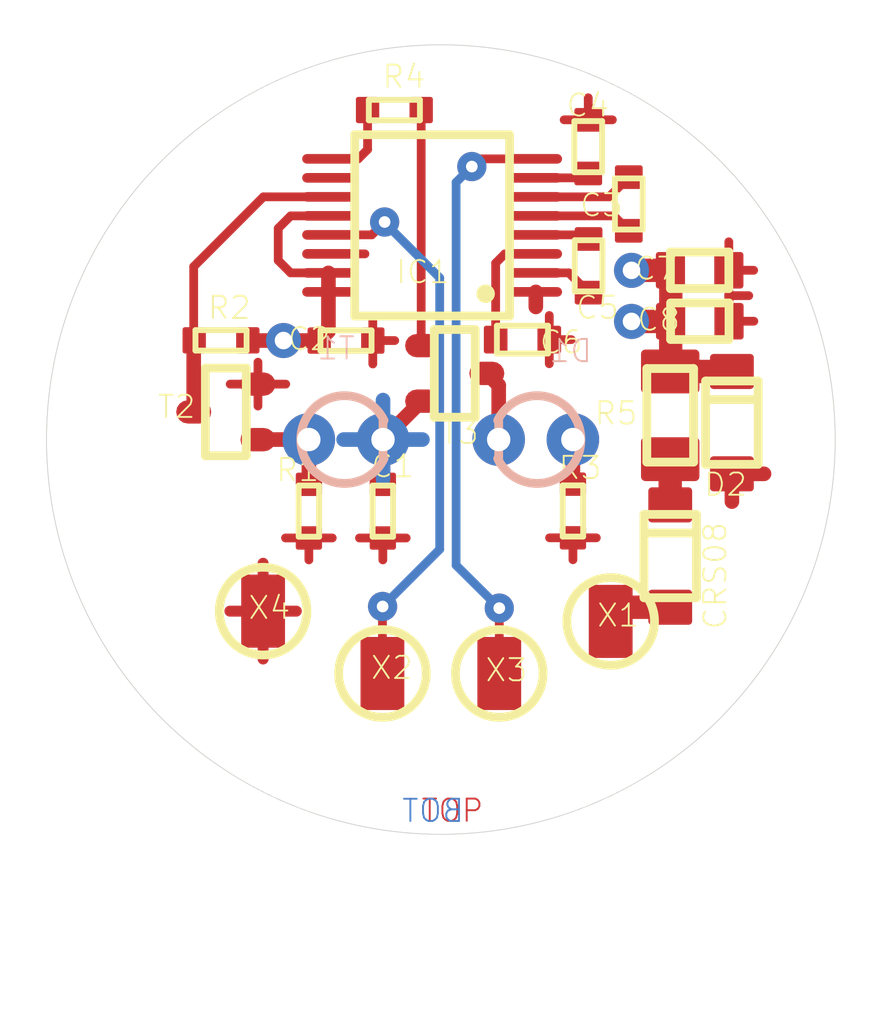
<source format=kicad_pcb>
(kicad_pcb (version 20171130) (host pcbnew "(5.1.9)-1")

  (general
    (thickness 1.6)
    (drawings 14)
    (tracks 128)
    (zones 0)
    (modules 24)
    (nets 24)
  )

  (page A4)
  (layers
    (0 Top signal)
    (31 Bottom signal)
    (32 B.Adhes user)
    (33 F.Adhes user)
    (34 B.Paste user)
    (35 F.Paste user)
    (36 B.SilkS user)
    (37 F.SilkS user)
    (38 B.Mask user)
    (39 F.Mask user)
    (40 Dwgs.User user)
    (41 Cmts.User user)
    (42 Eco1.User user)
    (43 Eco2.User user)
    (44 Edge.Cuts user)
    (45 Margin user)
    (46 B.CrtYd user)
    (47 F.CrtYd user)
    (48 B.Fab user)
    (49 F.Fab user)
  )

  (setup
    (last_trace_width 0.25)
    (trace_clearance 0.2)
    (zone_clearance 0.508)
    (zone_45_only no)
    (trace_min 0.2)
    (via_size 0.8)
    (via_drill 0.4)
    (via_min_size 0.4)
    (via_min_drill 0.3)
    (uvia_size 0.3)
    (uvia_drill 0.1)
    (uvias_allowed no)
    (uvia_min_size 0.2)
    (uvia_min_drill 0.1)
    (edge_width 0.05)
    (segment_width 0.2)
    (pcb_text_width 0.3)
    (pcb_text_size 1.5 1.5)
    (mod_edge_width 0.12)
    (mod_text_size 1 1)
    (mod_text_width 0.15)
    (pad_size 1.524 1.524)
    (pad_drill 0.762)
    (pad_to_mask_clearance 0)
    (aux_axis_origin 0 0)
    (visible_elements FFFFFF7F)
    (pcbplotparams
      (layerselection 0x010fc_ffffffff)
      (usegerberextensions false)
      (usegerberattributes true)
      (usegerberadvancedattributes true)
      (creategerberjobfile true)
      (excludeedgelayer true)
      (linewidth 0.100000)
      (plotframeref false)
      (viasonmask false)
      (mode 1)
      (useauxorigin false)
      (hpglpennumber 1)
      (hpglpenspeed 20)
      (hpglpendiameter 15.000000)
      (psnegative false)
      (psa4output false)
      (plotreference true)
      (plotvalue true)
      (plotinvisibletext false)
      (padsonsilk false)
      (subtractmaskfromsilk false)
      (outputformat 1)
      (mirror false)
      (drillshape 1)
      (scaleselection 1)
      (outputdirectory ""))
  )

  (net 0 "")
  (net 1 1)
  (net 2 "Net-(C4-Pad1)")
  (net 3 "Net-(C6-Pad2)")
  (net 4 "Net-(C1-Pad1)")
  (net 5 "Net-(D3-Pad2)")
  (net 6 "Net-(IC1-Pad8)")
  (net 7 "Net-(IC1-Pad13)")
  (net 8 "Net-(C3-Pad1)")
  (net 9 "Net-(C3-Pad2)")
  (net 10 "Net-(C5-Pad1)")
  (net 11 "Net-(C5-Pad2)")
  (net 12 "Net-(IC1-Pad11)")
  (net 13 "Net-(IC1-Pad10)")
  (net 14 "Net-(IC1-Pad9)")
  (net 15 "Net-(D3-Pad1)")
  (net 16 "Net-(R1-Pad2)")
  (net 17 "Net-(D1-Pad1)")
  (net 18 "Net-(D1-Pad2)")
  (net 19 "Net-(R4-Pad2)")
  (net 20 "Net-(T3-Pad3)")
  (net 21 "Net-(T3-Pad1)")
  (net 22 "Net-(T2-Pad3)")
  (net 23 "Net-(T2-Pad1)")

  (net_class Default "This is the default net class."
    (clearance 0.2)
    (trace_width 0.25)
    (via_dia 0.8)
    (via_drill 0.4)
    (uvia_dia 0.3)
    (uvia_drill 0.1)
    (add_net +)
    (add_net 1)
    (add_net B)
    (add_net C)
    (add_net "Net-(C1-Pad1)")
    (add_net "Net-(C3-Pad1)")
    (add_net "Net-(C3-Pad2)")
    (add_net "Net-(C4-Pad1)")
    (add_net "Net-(C5-Pad1)")
    (add_net "Net-(C5-Pad2)")
    (add_net "Net-(C6-Pad2)")
    (add_net "Net-(D1-Pad1)")
    (add_net "Net-(D1-Pad2)")
    (add_net "Net-(D3-Pad1)")
    (add_net "Net-(D3-Pad2)")
    (add_net "Net-(IC1-Pad10)")
    (add_net "Net-(IC1-Pad11)")
    (add_net "Net-(IC1-Pad13)")
    (add_net "Net-(IC1-Pad8)")
    (add_net "Net-(IC1-Pad9)")
    (add_net "Net-(R1-Pad2)")
    (add_net "Net-(R4-Pad2)")
    (add_net "Net-(T2-Pad1)")
    (add_net "Net-(T2-Pad3)")
    (add_net "Net-(T3-Pad1)")
    (add_net "Net-(T3-Pad3)")
    (add_net RXD)
  )

  (module IR_Schreib_Lesekopf_RS232_Neu:0603_0 (layer Top) (tedit 0) (tstamp 61751D1B)
    (at 153.5471 94.9866 90)
    (path /6E706370)
    (fp_text reference C4 (at 1.8555 0.77225 180) (layer F.SilkS)
      (effects (font (size 0.76 0.76) (thickness 0.064)) (justify right top))
    )
    (fp_text value 0,47µF (at -1.4195 -0.921 90) (layer F.Fab)
      (effects (font (size 0.76 0.76) (thickness 0.064)) (justify left bottom))
    )
    (fp_line (start 0.875 -0.475) (end 0.875 0.475) (layer F.SilkS) (width 0.2))
    (fp_line (start -0.875 -0.475) (end -0.875 0.475) (layer F.SilkS) (width 0.2))
    (fp_line (start -0.875 0.475) (end 0.875 0.475) (layer F.SilkS) (width 0.2))
    (fp_line (start 0.875 -0.475) (end -0.875 -0.475) (layer F.SilkS) (width 0.2))
    (fp_circle (center 0 0) (end 0.1 0) (layer F.Adhes) (width 0.2))
    (pad 2 smd roundrect (at 0.9175 0 180) (size 0.95 0.81) (layers Top F.Paste F.Mask) (roundrect_rratio 0.1)
      (net 1 1) (solder_mask_margin 0.1016))
    (pad 1 smd roundrect (at -0.9175 0 180) (size 0.95 0.81) (layers Top F.Paste F.Mask) (roundrect_rratio 0.1)
      (net 2 "Net-(C4-Pad1)") (solder_mask_margin 0.1016))
  )

  (module IR_Schreib_Lesekopf_RS232_Neu:0603_1 (layer Top) (tedit 0) (tstamp 61751D25)
    (at 151.2951 101.5856 180)
    (path /E9D7B564)
    (fp_text reference C6 (at -2.10825 0.3555 180) (layer F.SilkS)
      (effects (font (size 0.76 0.76) (thickness 0.064)) (justify right top))
    )
    (fp_text value 0,47µF (at -1.6305 -0.676 180) (layer F.Fab)
      (effects (font (size 0.76 0.76) (thickness 0.064)) (justify right top))
    )
    (fp_line (start 0.875 -0.475) (end 0.875 0.475) (layer F.SilkS) (width 0.2))
    (fp_line (start -0.875 -0.475) (end -0.875 0.475) (layer F.SilkS) (width 0.2))
    (fp_line (start -0.875 0.475) (end 0.875 0.475) (layer F.SilkS) (width 0.2))
    (fp_line (start 0.875 -0.475) (end -0.875 -0.475) (layer F.SilkS) (width 0.2))
    (fp_circle (center 0 0) (end 0.1 0) (layer F.Adhes) (width 0.2))
    (pad 2 smd roundrect (at 0.9175 0 270) (size 0.95 0.81) (layers Top F.Paste F.Mask) (roundrect_rratio 0.1)
      (net 3 "Net-(C6-Pad2)") (solder_mask_margin 0.1016))
    (pad 1 smd roundrect (at -0.9175 0 270) (size 0.95 0.81) (layers Top F.Paste F.Mask) (roundrect_rratio 0.1)
      (net 1 1) (solder_mask_margin 0.1016))
  )

  (module IR_Schreib_Lesekopf_RS232_Neu:0805_KLEIN_2 (layer Top) (tedit 0) (tstamp 61751D2F)
    (at 157.3661 100.9566)
    (path /4085EC5D)
    (fp_text reference C8 (at -2.192 0.389) (layer F.SilkS)
      (effects (font (size 0.76 0.76) (thickness 0.064)) (justify left bottom))
    )
    (fp_text value 10µF (at 1.285 -1.322) (layer F.Fab)
      (effects (font (size 0.76 0.76) (thickness 0.064)) (justify left bottom))
    )
    (fp_line (start 1 0.625) (end 1 -0.625) (layer F.SilkS) (width 0.3))
    (fp_line (start -1 -0.625) (end 1 -0.625) (layer F.SilkS) (width 0.3))
    (fp_line (start -1 0.625) (end -1 -0.625) (layer F.SilkS) (width 0.3))
    (fp_line (start 1 0.625) (end -1 0.625) (layer F.SilkS) (width 0.3))
    (fp_circle (center 0 0) (end 0.1 0) (layer F.Adhes) (width 0.2))
    (pad 1 smd roundrect (at 1 0 180) (size 1 1.25) (layers Top F.Paste F.Mask) (roundrect_rratio 0.1)
      (net 1 1) (solder_mask_margin 0.1016))
    (pad 2 smd roundrect (at -1 0 180) (size 1 1.25) (layers Top F.Paste F.Mask) (roundrect_rratio 0.1)
      (net 4 "Net-(C1-Pad1)") (solder_mask_margin 0.1016))
  )

  (module IR_Schreib_Lesekopf_RS232_Neu:LOETPUNKT_7 (layer Top) (tedit 0) (tstamp 61751D39)
    (at 154.3151 111.2226 270)
    (path /4BA10BB3)
    (fp_text reference X1 (at 0.24 0.51) (layer F.SilkS)
      (effects (font (size 0.76 0.76) (thickness 0.064)) (justify left bottom))
    )
    (fp_text value PIN4/DTR (at 2.585 1.504) (layer F.Fab)
      (effects (font (size 0.76 0.76) (thickness 0.064)) (justify left bottom))
    )
    (fp_circle (center 0 0) (end 1.5 0) (layer F.SilkS) (width 0.3))
    (pad 1 smd roundrect (at 0 0 270) (size 2.5 1.5) (layers Top F.Paste F.Mask) (roundrect_rratio 0.1)
      (net 5 "Net-(D3-Pad2)") (solder_mask_margin 0.1016))
  )

  (module IR_Schreib_Lesekopf_RS232_Neu:LOETPUNKT_8 (layer Top) (tedit 0) (tstamp 61751D3E)
    (at 150.5011 113.0036 270)
    (path /C68E9320)
    (fp_text reference X3 (at 0.33 0.52) (layer F.SilkS)
      (effects (font (size 0.76 0.76) (thickness 0.064)) (justify left bottom))
    )
    (fp_text value PIN2/TXD (at 2.65 1.657) (layer F.Fab)
      (effects (font (size 0.76 0.76) (thickness 0.064)) (justify left bottom))
    )
    (fp_circle (center 0 0) (end 1.5 0) (layer F.SilkS) (width 0.3))
    (pad 1 smd roundrect (at 0 0 270) (size 2.5 1.5) (layers Top F.Paste F.Mask) (roundrect_rratio 0.1)
      (net 6 "Net-(IC1-Pad8)") (solder_mask_margin 0.1016))
  )

  (module IR_Schreib_Lesekopf_RS232_Neu:LOETPUNKT_9 (layer Top) (tedit 0) (tstamp 61751D43)
    (at 146.5011 113.0036 270)
    (path /8C4157F9)
    (fp_text reference X2 (at 0.25 0.44) (layer F.SilkS)
      (effects (font (size 0.76 0.76) (thickness 0.064)) (justify left bottom))
    )
    (fp_text value PIN3/RXD (at 2.618 2.039) (layer F.Fab)
      (effects (font (size 0.76 0.76) (thickness 0.064)) (justify left bottom))
    )
    (fp_circle (center 0 0) (end 1.5 0) (layer F.SilkS) (width 0.3))
    (pad 1 smd roundrect (at 0 0 270) (size 2.5 1.5) (layers Top F.Paste F.Mask) (roundrect_rratio 0.1)
      (net 7 "Net-(IC1-Pad13)") (solder_mask_margin 0.1016))
  )

  (module IR_Schreib_Lesekopf_RS232_Neu:LOETPUNKT_10 (layer Top) (tedit 0) (tstamp 61751D48)
    (at 142.4161 110.8716 270)
    (path /2014F246)
    (fp_text reference X4 (at 0.33 0.55) (layer F.SilkS)
      (effects (font (size 0.76 0.76) (thickness 0.064)) (justify left bottom))
    )
    (fp_text value PIN5/GND (at 2.468 2.239) (layer F.Fab)
      (effects (font (size 0.76 0.76) (thickness 0.064)) (justify left bottom))
    )
    (fp_circle (center 0 0) (end 1.5 0) (layer F.SilkS) (width 0.3))
    (pad 1 smd roundrect (at 0 0 270) (size 2.5 1.5) (layers Top F.Paste F.Mask) (roundrect_rratio 0.1)
      (net 1 1) (solder_mask_margin 0.1016))
  )

  (module IR_Schreib_Lesekopf_RS232_Neu:SSOP16_11 (layer Top) (tedit 0) (tstamp 61751D4D)
    (at 148.2021 97.6786 90)
    (path /3DE8C1B4)
    (fp_text reference IC1 (at -1.15 0.648 180) (layer F.SilkS)
      (effects (font (size 0.76 0.76) (thickness 0.064)) (justify right top))
    )
    (fp_text value MAX3221CAE (at 3.087 -2.97 90) (layer F.Fab)
      (effects (font (size 0.76 0.76) (thickness 0.064)) (justify right bottom))
    )
    (fp_line (start -3.1 -2.65) (end -3.1 2.65) (layer F.SilkS) (width 0.3))
    (fp_poly (pts (xy -1.46 -4.285) (xy -1.47256 -4.348143) (xy -1.508327 -4.401673) (xy -1.561857 -4.43744)
      (xy -1.625 -4.45) (xy -1.688143 -4.43744) (xy -1.741673 -4.401673) (xy -1.77744 -4.348143)
      (xy -1.79 -4.285) (xy -1.79 -2.815) (xy -1.77744 -2.751857) (xy -1.741673 -2.698327)
      (xy -1.688143 -2.66256) (xy -1.625 -2.65) (xy -1.561857 -2.66256) (xy -1.508327 -2.698327)
      (xy -1.47256 -2.751857) (xy -1.46 -2.815)) (layer Top) (width 0))
    (fp_poly (pts (xy -2.11 -4.285) (xy -2.12256 -4.348143) (xy -2.158327 -4.401673) (xy -2.211857 -4.43744)
      (xy -2.275 -4.45) (xy -2.338143 -4.43744) (xy -2.391673 -4.401673) (xy -2.42744 -4.348143)
      (xy -2.44 -4.285) (xy -2.44 -2.815) (xy -2.42744 -2.751857) (xy -2.391673 -2.698327)
      (xy -2.338143 -2.66256) (xy -2.275 -2.65) (xy -2.211857 -2.66256) (xy -2.158327 -2.698327)
      (xy -2.12256 -2.751857) (xy -2.11 -2.815)) (layer Top) (width 0))
    (fp_poly (pts (xy 2.44 2.815) (xy 2.42744 2.751857) (xy 2.391673 2.698327) (xy 2.338143 2.66256)
      (xy 2.275 2.65) (xy 2.211857 2.66256) (xy 2.158327 2.698327) (xy 2.12256 2.751857)
      (xy 2.11 2.815) (xy 2.11 4.285) (xy 2.12256 4.348143) (xy 2.158327 4.401673)
      (xy 2.211857 4.43744) (xy 2.275 4.45) (xy 2.338143 4.43744) (xy 2.391673 4.401673)
      (xy 2.42744 4.348143) (xy 2.44 4.285)) (layer Top) (width 0))
    (fp_poly (pts (xy 1.79 2.815) (xy 1.77744 2.751857) (xy 1.741673 2.698327) (xy 1.688143 2.66256)
      (xy 1.625 2.65) (xy 1.561857 2.66256) (xy 1.508327 2.698327) (xy 1.47256 2.751857)
      (xy 1.46 2.815) (xy 1.46 4.285) (xy 1.47256 4.348143) (xy 1.508327 4.401673)
      (xy 1.561857 4.43744) (xy 1.625 4.45) (xy 1.688143 4.43744) (xy 1.741673 4.401673)
      (xy 1.77744 4.348143) (xy 1.79 4.285)) (layer Top) (width 0))
    (fp_poly (pts (xy 1.14 2.815) (xy 1.12744 2.751857) (xy 1.091673 2.698327) (xy 1.038143 2.66256)
      (xy 0.975 2.65) (xy 0.911857 2.66256) (xy 0.858327 2.698327) (xy 0.82256 2.751857)
      (xy 0.81 2.815) (xy 0.81 4.285) (xy 0.82256 4.348143) (xy 0.858327 4.401673)
      (xy 0.911857 4.43744) (xy 0.975 4.45) (xy 1.038143 4.43744) (xy 1.091673 4.401673)
      (xy 1.12744 4.348143) (xy 1.14 4.285)) (layer Top) (width 0))
    (fp_poly (pts (xy 0.49 2.815) (xy 0.47744 2.751857) (xy 0.441673 2.698327) (xy 0.388143 2.66256)
      (xy 0.325 2.65) (xy 0.261857 2.66256) (xy 0.208327 2.698327) (xy 0.17256 2.751857)
      (xy 0.16 2.815) (xy 0.16 4.285) (xy 0.17256 4.348143) (xy 0.208327 4.401673)
      (xy 0.261857 4.43744) (xy 0.325 4.45) (xy 0.388143 4.43744) (xy 0.441673 4.401673)
      (xy 0.47744 4.348143) (xy 0.49 4.285)) (layer Top) (width 0))
    (fp_poly (pts (xy -0.16 2.815) (xy -0.17256 2.751857) (xy -0.208327 2.698327) (xy -0.261857 2.66256)
      (xy -0.325 2.65) (xy -0.388143 2.66256) (xy -0.441673 2.698327) (xy -0.47744 2.751857)
      (xy -0.49 2.815) (xy -0.49 4.285) (xy -0.47744 4.348143) (xy -0.441673 4.401673)
      (xy -0.388143 4.43744) (xy -0.325 4.45) (xy -0.261857 4.43744) (xy -0.208327 4.401673)
      (xy -0.17256 4.348143) (xy -0.16 4.285)) (layer Top) (width 0))
    (fp_poly (pts (xy -0.81 2.815) (xy -0.82256 2.751857) (xy -0.858327 2.698327) (xy -0.911857 2.66256)
      (xy -0.975 2.65) (xy -1.038143 2.66256) (xy -1.091673 2.698327) (xy -1.12744 2.751857)
      (xy -1.14 2.815) (xy -1.14 4.285) (xy -1.12744 4.348143) (xy -1.091673 4.401673)
      (xy -1.038143 4.43744) (xy -0.975 4.45) (xy -0.911857 4.43744) (xy -0.858327 4.401673)
      (xy -0.82256 4.348143) (xy -0.81 4.285)) (layer Top) (width 0))
    (fp_poly (pts (xy -1.46 2.815) (xy -1.47256 2.751857) (xy -1.508327 2.698327) (xy -1.561857 2.66256)
      (xy -1.625 2.65) (xy -1.688143 2.66256) (xy -1.741673 2.698327) (xy -1.77744 2.751857)
      (xy -1.79 2.815) (xy -1.79 4.285) (xy -1.77744 4.348143) (xy -1.741673 4.401673)
      (xy -1.688143 4.43744) (xy -1.625 4.45) (xy -1.561857 4.43744) (xy -1.508327 4.401673)
      (xy -1.47256 4.348143) (xy -1.46 4.285)) (layer Top) (width 0))
    (fp_poly (pts (xy -2.11 2.815) (xy -2.12256 2.751857) (xy -2.158327 2.698327) (xy -2.211857 2.66256)
      (xy -2.275 2.65) (xy -2.338143 2.66256) (xy -2.391673 2.698327) (xy -2.42744 2.751857)
      (xy -2.44 2.815) (xy -2.44 4.285) (xy -2.42744 4.348143) (xy -2.391673 4.401673)
      (xy -2.338143 4.43744) (xy -2.275 4.45) (xy -2.211857 4.43744) (xy -2.158327 4.401673)
      (xy -2.12256 4.348143) (xy -2.11 4.285)) (layer Top) (width 0))
    (fp_circle (center -2.338768 1.831705) (end -2.180268 1.831705) (layer F.SilkS) (width 0.317))
    (fp_line (start -3.1 2.65) (end 3.1 2.65) (layer F.SilkS) (width 0.3))
    (fp_line (start 3.1 -2.65) (end -3.1 -2.65) (layer F.SilkS) (width 0.3))
    (fp_line (start 3.1 2.65) (end 3.1 -2.65) (layer F.SilkS) (width 0.3))
    (fp_poly (pts (xy -0.81 -4.285) (xy -0.82256 -4.348143) (xy -0.858327 -4.401673) (xy -0.911857 -4.43744)
      (xy -0.975 -4.45) (xy -1.038143 -4.43744) (xy -1.091673 -4.401673) (xy -1.12744 -4.348143)
      (xy -1.14 -4.285) (xy -1.14 -2.815) (xy -1.12744 -2.751857) (xy -1.091673 -2.698327)
      (xy -1.038143 -2.66256) (xy -0.975 -2.65) (xy -0.911857 -2.66256) (xy -0.858327 -2.698327)
      (xy -0.82256 -2.751857) (xy -0.81 -2.815)) (layer Top) (width 0))
    (fp_poly (pts (xy -0.16 -4.285) (xy -0.17256 -4.348143) (xy -0.208327 -4.401673) (xy -0.261857 -4.43744)
      (xy -0.325 -4.45) (xy -0.388143 -4.43744) (xy -0.441673 -4.401673) (xy -0.47744 -4.348143)
      (xy -0.49 -4.285) (xy -0.49 -2.815) (xy -0.47744 -2.751857) (xy -0.441673 -2.698327)
      (xy -0.388143 -2.66256) (xy -0.325 -2.65) (xy -0.261857 -2.66256) (xy -0.208327 -2.698327)
      (xy -0.17256 -2.751857) (xy -0.16 -2.815)) (layer Top) (width 0))
    (fp_poly (pts (xy 1.14 -4.285) (xy 1.12744 -4.348143) (xy 1.091673 -4.401673) (xy 1.038143 -4.43744)
      (xy 0.975 -4.45) (xy 0.911857 -4.43744) (xy 0.858327 -4.401673) (xy 0.82256 -4.348143)
      (xy 0.81 -4.285) (xy 0.81 -2.815) (xy 0.82256 -2.751857) (xy 0.858327 -2.698327)
      (xy 0.911857 -2.66256) (xy 0.975 -2.65) (xy 1.038143 -2.66256) (xy 1.091673 -2.698327)
      (xy 1.12744 -2.751857) (xy 1.14 -2.815)) (layer Top) (width 0))
    (fp_poly (pts (xy 0.49 -4.285) (xy 0.47744 -4.348143) (xy 0.441673 -4.401673) (xy 0.388143 -4.43744)
      (xy 0.325 -4.45) (xy 0.261857 -4.43744) (xy 0.208327 -4.401673) (xy 0.17256 -4.348143)
      (xy 0.16 -4.285) (xy 0.16 -2.815) (xy 0.17256 -2.751857) (xy 0.208327 -2.698327)
      (xy 0.261857 -2.66256) (xy 0.325 -2.65) (xy 0.388143 -2.66256) (xy 0.441673 -2.698327)
      (xy 0.47744 -2.751857) (xy 0.49 -2.815)) (layer Top) (width 0))
    (fp_poly (pts (xy 1.79 -4.285) (xy 1.77744 -4.348143) (xy 1.741673 -4.401673) (xy 1.688143 -4.43744)
      (xy 1.625 -4.45) (xy 1.561857 -4.43744) (xy 1.508327 -4.401673) (xy 1.47256 -4.348143)
      (xy 1.46 -4.285) (xy 1.46 -2.815) (xy 1.47256 -2.751857) (xy 1.508327 -2.698327)
      (xy 1.561857 -2.66256) (xy 1.625 -2.65) (xy 1.688143 -2.66256) (xy 1.741673 -2.698327)
      (xy 1.77744 -2.751857) (xy 1.79 -2.815)) (layer Top) (width 0))
    (fp_poly (pts (xy 2.44 -4.285) (xy 2.42744 -4.348143) (xy 2.391673 -4.401673) (xy 2.338143 -4.43744)
      (xy 2.275 -4.45) (xy 2.211857 -4.43744) (xy 2.158327 -4.401673) (xy 2.12256 -4.348143)
      (xy 2.11 -4.285) (xy 2.11 -2.815) (xy 2.12256 -2.751857) (xy 2.158327 -2.698327)
      (xy 2.211857 -2.66256) (xy 2.275 -2.65) (xy 2.338143 -2.66256) (xy 2.391673 -2.698327)
      (xy 2.42744 -2.751857) (xy 2.44 -2.815)) (layer Top) (width 0))
    (fp_circle (center 0 0) (end 0.25 0) (layer F.Adhes) (width 0.5))
    (pad 15 smd rect (at -1.625 -3.55 270) (size 0.165 0.9) (layers Top F.Paste F.Mask)
      (net 4 "Net-(C1-Pad1)") (solder_mask_margin 0.1016))
    (pad 16 smd rect (at -2.275 -3.55 270) (size 0.165 0.9) (layers Top F.Paste F.Mask)
      (net 4 "Net-(C1-Pad1)") (solder_mask_margin 0.1016))
    (pad 8 smd rect (at 2.275 3.55 270) (size 0.165 0.9) (layers Top F.Paste F.Mask)
      (net 6 "Net-(IC1-Pad8)") (solder_mask_margin 0.1016))
    (pad 7 smd rect (at 1.625 3.55 270) (size 0.165 0.9) (layers Top F.Paste F.Mask)
      (net 2 "Net-(C4-Pad1)") (solder_mask_margin 0.1016))
    (pad 6 smd rect (at 0.975 3.55 270) (size 0.165 0.9) (layers Top F.Paste F.Mask)
      (net 8 "Net-(C3-Pad1)") (solder_mask_margin 0.1016))
    (pad 5 smd rect (at 0.325 3.55 270) (size 0.165 0.9) (layers Top F.Paste F.Mask)
      (net 9 "Net-(C3-Pad2)") (solder_mask_margin 0.1016))
    (pad 4 smd rect (at -0.325 3.55 270) (size 0.165 0.9) (layers Top F.Paste F.Mask)
      (net 10 "Net-(C5-Pad1)") (solder_mask_margin 0.1016))
    (pad 3 smd rect (at -0.975 3.55 270) (size 0.165 0.9) (layers Top F.Paste F.Mask)
      (net 3 "Net-(C6-Pad2)") (solder_mask_margin 0.1016))
    (pad 2 smd rect (at -1.625 3.55 270) (size 0.165 0.9) (layers Top F.Paste F.Mask)
      (net 11 "Net-(C5-Pad2)") (solder_mask_margin 0.1016))
    (pad 1 smd rect (at -2.275 3.55 270) (size 0.165 0.9) (layers Top F.Paste F.Mask)
      (net 1 1) (solder_mask_margin 0.1016))
    (pad 14 smd rect (at -0.975 -3.55 270) (size 0.165 0.9) (layers Top F.Paste F.Mask)
      (net 1 1) (solder_mask_margin 0.1016))
    (pad 13 smd rect (at -0.325 -3.55 270) (size 0.165 0.9) (layers Top F.Paste F.Mask)
      (net 7 "Net-(IC1-Pad13)") (solder_mask_margin 0.1016))
    (pad 11 smd rect (at 0.975 -3.55 270) (size 0.165 0.9) (layers Top F.Paste F.Mask)
      (net 12 "Net-(IC1-Pad11)") (solder_mask_margin 0.1016))
    (pad 12 smd rect (at 0.325 -3.55 270) (size 0.165 0.9) (layers Top F.Paste F.Mask)
      (net 4 "Net-(C1-Pad1)") (solder_mask_margin 0.1016))
    (pad 10 smd rect (at 1.625 -3.55 270) (size 0.165 0.9) (layers Top F.Paste F.Mask)
      (net 13 "Net-(IC1-Pad10)") (solder_mask_margin 0.1016))
    (pad 9 smd rect (at 2.275 -3.55 270) (size 0.165 0.9) (layers Top F.Paste F.Mask)
      (net 14 "Net-(IC1-Pad9)") (solder_mask_margin 0.1016))
  )

  (module IR_Schreib_Lesekopf_RS232_Neu:0603_12 (layer Top) (tedit 0) (tstamp 61751D76)
    (at 153.5581 99.0616 270)
    (path /91E257A2)
    (fp_text reference C5 (at 1.8765 0.48125) (layer F.SilkS)
      (effects (font (size 0.76 0.76) (thickness 0.064)) (justify left bottom))
    )
    (fp_text value 0,1µF (at -1.1005 1.629 270) (layer F.Fab)
      (effects (font (size 0.76 0.76) (thickness 0.064)) (justify right top))
    )
    (fp_line (start 0.875 -0.475) (end 0.875 0.475) (layer F.SilkS) (width 0.2))
    (fp_line (start -0.875 -0.475) (end -0.875 0.475) (layer F.SilkS) (width 0.2))
    (fp_line (start -0.875 0.475) (end 0.875 0.475) (layer F.SilkS) (width 0.2))
    (fp_line (start 0.875 -0.475) (end -0.875 -0.475) (layer F.SilkS) (width 0.2))
    (fp_circle (center 0 0) (end 0.1 0) (layer F.Adhes) (width 0.2))
    (pad 2 smd roundrect (at 0.9175 0) (size 0.95 0.81) (layers Top F.Paste F.Mask) (roundrect_rratio 0.1)
      (net 11 "Net-(C5-Pad2)") (solder_mask_margin 0.1016))
    (pad 1 smd roundrect (at -0.9175 0) (size 0.95 0.81) (layers Top F.Paste F.Mask) (roundrect_rratio 0.1)
      (net 10 "Net-(C5-Pad1)") (solder_mask_margin 0.1016))
  )

  (module IR_Schreib_Lesekopf_RS232_Neu:0603_13 (layer Top) (tedit 0) (tstamp 61751D80)
    (at 154.9351 96.9466 270)
    (path /E5E1ECCB)
    (fp_text reference C3 (at 0.4875 1.72125) (layer F.SilkS)
      (effects (font (size 0.76 0.76) (thickness 0.064)) (justify left bottom))
    )
    (fp_text value 0,47µF (at -1.5655 -0.716 270) (layer F.Fab)
      (effects (font (size 0.76 0.76) (thickness 0.064)) (justify right top))
    )
    (fp_line (start 0.875 -0.475) (end 0.875 0.475) (layer F.SilkS) (width 0.2))
    (fp_line (start -0.875 -0.475) (end -0.875 0.475) (layer F.SilkS) (width 0.2))
    (fp_line (start -0.875 0.475) (end 0.875 0.475) (layer F.SilkS) (width 0.2))
    (fp_line (start 0.875 -0.475) (end -0.875 -0.475) (layer F.SilkS) (width 0.2))
    (fp_circle (center 0 0) (end 0.1 0) (layer F.Adhes) (width 0.2))
    (pad 2 smd roundrect (at 0.9175 0) (size 0.95 0.81) (layers Top F.Paste F.Mask) (roundrect_rratio 0.1)
      (net 9 "Net-(C3-Pad2)") (solder_mask_margin 0.1016))
    (pad 1 smd roundrect (at -0.9175 0) (size 0.95 0.81) (layers Top F.Paste F.Mask) (roundrect_rratio 0.1)
      (net 8 "Net-(C3-Pad1)") (solder_mask_margin 0.1016))
  )

  (module IR_Schreib_Lesekopf_RS232_Neu:DO214AA_15 (layer Top) (tedit 0) (tstamp 61751D8A)
    (at 158.4651 104.4256 90)
    (path /779E6AF8)
    (fp_text reference D2 (at -1.672 0.566 180) (layer F.SilkS)
      (effects (font (size 0.76 0.76) (thickness 0.064)) (justify right top))
    )
    (fp_text value MMSZ4689 (at -2.31 2.122 90) (layer F.Fab)
      (effects (font (size 0.76 0.76) (thickness 0.064)) (justify left bottom))
    )
    (fp_line (start -1.425 0.9) (end -1.425 -0.9) (layer F.SilkS) (width 0.3))
    (fp_line (start 1.425 0.9) (end -1.425 0.9) (layer F.SilkS) (width 0.3))
    (fp_line (start 1.425 -0.9) (end 1.425 0.9) (layer F.SilkS) (width 0.3))
    (fp_line (start -1.425 -0.9) (end 1.425 -0.9) (layer F.SilkS) (width 0.3))
    (fp_circle (center 0 0) (end 0.1 0) (layer F.Adhes) (width 0.2))
    (fp_line (start 0.79 -0.9) (end 0.79 0.9) (layer F.SilkS) (width 0.3))
    (pad 2 smd roundrect (at 1.75 0 90) (size 1.2 1.5) (layers Top F.Paste F.Mask) (roundrect_rratio 0.1)
      (net 4 "Net-(C1-Pad1)") (solder_mask_margin 0.1016))
    (pad 1 smd roundrect (at -1.75 0 90) (size 1.2 1.5) (layers Top F.Paste F.Mask) (roundrect_rratio 0.1)
      (net 1 1) (solder_mask_margin 0.1016))
  )

  (module IR_Schreib_Lesekopf_RS232_Neu:SOD123_17 (layer Top) (tedit 0) (tstamp 61751D95)
    (at 156.3541 108.9881 90)
    (path /5A00C0C3)
    (fp_text reference D3 (at 0.4125 0.3955 90) (layer F.Fab)
      (effects (font (size 0.76 0.76) (thickness 0.064)) (justify right bottom))
    )
    (fp_text value CRS08 (at 1.2145 1.9855 90) (layer F.SilkS)
      (effects (font (size 0.76 0.76) (thickness 0.064)) (justify right bottom))
    )
    (fp_line (start -1.425 0.9) (end -1.425 -0.9) (layer F.SilkS) (width 0.3))
    (fp_line (start 1.425 0.9) (end -1.425 0.9) (layer F.SilkS) (width 0.3))
    (fp_line (start 1.425 -0.9) (end 1.425 0.9) (layer F.SilkS) (width 0.3))
    (fp_line (start -1.425 -0.9) (end 1.425 -0.9) (layer F.SilkS) (width 0.3))
    (fp_circle (center 0 0) (end 0.1 0) (layer F.Adhes) (width 0.2))
    (fp_line (start 0.79 -0.9) (end 0.79 0.9) (layer F.SilkS) (width 0.3))
    (pad 1 smd roundrect (at 1.75 0 90) (size 1.2 1.5) (layers Top F.Paste F.Mask) (roundrect_rratio 0.1)
      (net 15 "Net-(D3-Pad1)") (solder_mask_margin 0.1016))
    (pad 2 smd roundrect (at -1.75 0 90) (size 1.2 1.5) (layers Top F.Paste F.Mask) (roundrect_rratio 0.1)
      (net 5 "Net-(D3-Pad2)") (solder_mask_margin 0.1016))
  )

  (module IR_Schreib_Lesekopf_RS232_Neu:1206_18 (layer Top) (tedit 0) (tstamp 61751DA0)
    (at 156.3531 104.1746 90)
    (path /15CD18EF)
    (fp_text reference R5 (at 0.512 -1.071 180) (layer F.SilkS)
      (effects (font (size 0.76 0.76) (thickness 0.064)) (justify right top))
    )
    (fp_text value 22 (at -0.525 1.905 90) (layer F.Fab)
      (effects (font (size 0.76 0.76) (thickness 0.064)) (justify left bottom))
    )
    (fp_line (start -1.6 0.8) (end -1.6 -0.8) (layer F.SilkS) (width 0.3))
    (fp_line (start 1.6 0.8) (end -1.6 0.8) (layer F.SilkS) (width 0.3))
    (fp_line (start 1.6 -0.8) (end 1.6 0.8) (layer F.SilkS) (width 0.3))
    (fp_line (start -1.6 -0.8) (end 1.6 -0.8) (layer F.SilkS) (width 0.3))
    (fp_circle (center 0 0) (end 0.2 0) (layer F.Adhes) (width 0.4))
    (pad 1 smd roundrect (at -1.5 0 90) (size 1.5 2) (layers Top F.Paste F.Mask) (roundrect_rratio 0.1)
      (net 15 "Net-(D3-Pad1)") (solder_mask_margin 0.1016))
    (pad 2 smd roundrect (at 1.5 0 90) (size 1.5 2) (layers Top F.Paste F.Mask) (roundrect_rratio 0.1)
      (net 4 "Net-(C1-Pad1)") (solder_mask_margin 0.1016))
  )

  (module IR_Schreib_Lesekopf_RS232_Neu:FOTO_4MM_19 (layer Bottom) (tedit 0) (tstamp 61751DAA)
    (at 145.2511 105.0036)
    (path /43DE61C4)
    (fp_text reference T1 (at 0.355 -2.675) (layer B.SilkS)
      (effects (font (size 0.76 0.76) (thickness 0.064)) (justify left bottom mirror))
    )
    (fp_text value SFH309FA-4 (at 2.58 1.86) (layer B.Fab)
      (effects (font (size 0.76 0.76) (thickness 0.064)) (justify left bottom mirror))
    )
    (fp_arc (start -0.046 0) (end 1.304933 0.651904) (angle 308.4799805) (layer B.SilkS) (width 0.3))
    (fp_line (start 1.27 0.635) (end 1.27 -0.635) (layer B.SilkS) (width 0.3))
    (pad 2 thru_hole circle (at 1.27 0) (size 1.8 1.8) (drill 0.8) (layers *.Cu *.Mask)
      (net 4 "Net-(C1-Pad1)") (solder_mask_margin 0.1016))
    (pad 1 thru_hole circle (at -1.27 0) (size 1.8 1.8) (drill 0.8) (layers *.Cu *.Mask)
      (net 16 "Net-(R1-Pad2)") (solder_mask_margin 0.1016))
  )

  (module IR_Schreib_Lesekopf_RS232_Neu:0603_KLEIN_20 (layer Top) (tedit 0) (tstamp 61751DB1)
    (at 143.9831 107.4516 90)
    (path /53B6B5B2)
    (fp_text reference R1 (at 1.8535 0.40125 180) (layer F.SilkS)
      (effects (font (size 0.76 0.76) (thickness 0.064)) (justify right top))
    )
    (fp_text value 13K (at -0.6655 -0.552 90) (layer F.Fab)
      (effects (font (size 0.76 0.76) (thickness 0.064)) (justify left bottom))
    )
    (fp_line (start 0.875 0.35) (end 0.875 -0.35) (layer F.SilkS) (width 0.2))
    (fp_line (start -0.875 0.35) (end -0.875 -0.35) (layer F.SilkS) (width 0.2))
    (fp_line (start -0.875 0.35) (end 0.875 0.35) (layer F.SilkS) (width 0.2))
    (fp_line (start 0.875 -0.35) (end -0.875 -0.35) (layer F.SilkS) (width 0.2))
    (fp_circle (center 0 0) (end 0.1 0) (layer F.Adhes) (width 0.2))
    (pad 2 smd roundrect (at 0.9175 0 180) (size 0.9 0.8) (layers Top F.Paste F.Mask) (roundrect_rratio 0.1)
      (net 16 "Net-(R1-Pad2)") (solder_mask_margin 0.1016))
    (pad 1 smd roundrect (at -0.9175 0 180) (size 0.9 0.8) (layers Top F.Paste F.Mask) (roundrect_rratio 0.1)
      (net 1 1) (solder_mask_margin 0.1016))
  )

  (module IR_Schreib_Lesekopf_RS232_Neu:0603_KLEIN_21 (layer Top) (tedit 0) (tstamp 61751DBB)
    (at 140.9751 101.6106)
    (path /828E520F)
    (fp_text reference R2 (at -0.50025 -0.6695) (layer F.SilkS)
      (effects (font (size 0.76 0.76) (thickness 0.064)) (justify left bottom))
    )
    (fp_text value 13K (at -2.4005 0.393) (layer F.Fab)
      (effects (font (size 0.76 0.76) (thickness 0.064)) (justify left bottom))
    )
    (fp_line (start 0.875 0.35) (end 0.875 -0.35) (layer F.SilkS) (width 0.2))
    (fp_line (start -0.875 0.35) (end -0.875 -0.35) (layer F.SilkS) (width 0.2))
    (fp_line (start -0.875 0.35) (end 0.875 0.35) (layer F.SilkS) (width 0.2))
    (fp_line (start 0.875 -0.35) (end -0.875 -0.35) (layer F.SilkS) (width 0.2))
    (fp_circle (center 0 0) (end 0.1 0) (layer F.Adhes) (width 0.2))
    (pad 2 smd roundrect (at 0.9175 0 90) (size 0.9 0.8) (layers Top F.Paste F.Mask) (roundrect_rratio 0.1)
      (net 4 "Net-(C1-Pad1)") (solder_mask_margin 0.1016))
    (pad 1 smd roundrect (at -0.9175 0 90) (size 0.9 0.8) (layers Top F.Paste F.Mask) (roundrect_rratio 0.1)
      (net 12 "Net-(IC1-Pad11)") (solder_mask_margin 0.1016))
  )

  (module IR_Schreib_Lesekopf_RS232_Neu:0603_KLEIN_25 (layer Top) (tedit 0) (tstamp 61751DC5)
    (at 146.5151 107.4526 270)
    (path /0244426D)
    (fp_text reference C1 (at -1.0955 0.44925) (layer F.SilkS)
      (effects (font (size 0.76 0.76) (thickness 0.064)) (justify left bottom))
    )
    (fp_text value 1µF (at -0.7375 -0.552 270) (layer F.Fab)
      (effects (font (size 0.76 0.76) (thickness 0.064)) (justify right top))
    )
    (fp_line (start 0.875 0.35) (end 0.875 -0.35) (layer F.SilkS) (width 0.2))
    (fp_line (start -0.875 0.35) (end -0.875 -0.35) (layer F.SilkS) (width 0.2))
    (fp_line (start -0.875 0.35) (end 0.875 0.35) (layer F.SilkS) (width 0.2))
    (fp_line (start 0.875 -0.35) (end -0.875 -0.35) (layer F.SilkS) (width 0.2))
    (fp_circle (center 0 0) (end 0.1 0) (layer F.Adhes) (width 0.2))
    (pad 2 smd roundrect (at 0.9175 0) (size 0.9 0.8) (layers Top F.Paste F.Mask) (roundrect_rratio 0.1)
      (net 1 1) (solder_mask_margin 0.1016))
    (pad 1 smd roundrect (at -0.9175 0) (size 0.9 0.8) (layers Top F.Paste F.Mask) (roundrect_rratio 0.1)
      (net 4 "Net-(C1-Pad1)") (solder_mask_margin 0.1016))
  )

  (module IR_Schreib_Lesekopf_RS232_Neu:LED_3MM_26 (layer Top) (tedit 0) (tstamp 61751DCF)
    (at 151.7511 105.0036 180)
    (path /8EB84F51)
    (fp_text reference D1 (at -0.405 2.585 180) (layer B.SilkS)
      (effects (font (size 0.76 0.76) (thickness 0.064)) (justify right bottom mirror))
    )
    (fp_text value SFH487-2 (at -2 -1.8 180) (layer B.Fab)
      (effects (font (size 0.76 0.76) (thickness 0.064)) (justify right bottom mirror))
    )
    (fp_arc (start -0.046 0) (end 1.304933 -0.651904) (angle -308.4799805) (layer B.SilkS) (width 0.3))
    (fp_line (start 1.27 -0.635) (end 1.27 0.635) (layer B.SilkS) (width 0.3))
    (pad 1 thru_hole circle (at 1.27 0 180) (size 1.8 1.8) (drill 0.8) (layers *.Cu *.Mask)
      (net 17 "Net-(D1-Pad1)") (solder_mask_margin 0.1016))
    (pad 2 thru_hole circle (at -1.27 0 180) (size 1.8 1.8) (drill 0.8) (layers *.Cu *.Mask)
      (net 18 "Net-(D1-Pad2)") (solder_mask_margin 0.1016))
  )

  (module IR_Schreib_Lesekopf_RS232_Neu:0603_KLEIN_27 (layer Top) (tedit 0) (tstamp 61751DD6)
    (at 146.9101 93.7346)
    (path /BD4ED420)
    (fp_text reference R4 (at -0.45525 -0.6985) (layer F.SilkS)
      (effects (font (size 0.76 0.76) (thickness 0.064)) (justify left bottom))
    )
    (fp_text value 13K (at 1.0735 0.377) (layer F.Fab)
      (effects (font (size 0.76 0.76) (thickness 0.064)) (justify left bottom))
    )
    (fp_line (start 0.875 0.35) (end 0.875 -0.35) (layer F.SilkS) (width 0.2))
    (fp_line (start -0.875 0.35) (end -0.875 -0.35) (layer F.SilkS) (width 0.2))
    (fp_line (start -0.875 0.35) (end 0.875 0.35) (layer F.SilkS) (width 0.2))
    (fp_line (start 0.875 -0.35) (end -0.875 -0.35) (layer F.SilkS) (width 0.2))
    (fp_circle (center 0 0) (end 0.1 0) (layer F.Adhes) (width 0.2))
    (pad 2 smd roundrect (at 0.9175 0 90) (size 0.9 0.8) (layers Top F.Paste F.Mask) (roundrect_rratio 0.1)
      (net 19 "Net-(R4-Pad2)") (solder_mask_margin 0.1016))
    (pad 1 smd roundrect (at -0.9175 0 90) (size 0.9 0.8) (layers Top F.Paste F.Mask) (roundrect_rratio 0.1)
      (net 14 "Net-(IC1-Pad9)") (solder_mask_margin 0.1016))
  )

  (module IR_Schreib_Lesekopf_RS232_Neu:1206_29 (layer Top) (tedit 0) (tstamp 61751DE0)
    (at 145.2541 101.6186)
    (path /66C0F0DD)
    (fp_text reference C2 (at -2.04825 0.3915) (layer F.SilkS)
      (effects (font (size 0.76 0.76) (thickness 0.064)) (justify left bottom))
    )
    (fp_text value 1µF (at -0.6515 1.469) (layer F.Fab)
      (effects (font (size 0.76 0.76) (thickness 0.064)) (justify left bottom))
    )
    (fp_line (start 0.875 0.35) (end 0.875 -0.35) (layer F.SilkS) (width 0.2))
    (fp_line (start -0.875 0.35) (end -0.875 -0.35) (layer F.SilkS) (width 0.2))
    (fp_line (start -0.875 0.35) (end 0.875 0.35) (layer F.SilkS) (width 0.2))
    (fp_line (start 0.875 -0.35) (end -0.875 -0.35) (layer F.SilkS) (width 0.2))
    (fp_circle (center 0 0) (end 0.1 0) (layer F.Adhes) (width 0.2))
    (pad 2 smd roundrect (at 0.9175 0 90) (size 0.9 0.8) (layers Top F.Paste F.Mask) (roundrect_rratio 0.1)
      (net 1 1) (solder_mask_margin 0.1016))
    (pad 1 smd roundrect (at -0.9175 0 90) (size 0.9 0.8) (layers Top F.Paste F.Mask) (roundrect_rratio 0.1)
      (net 4 "Net-(C1-Pad1)") (solder_mask_margin 0.1016))
  )

  (module IR_Schreib_Lesekopf_RS232_Neu:0603_KLEIN_31 (layer Top) (tedit 0) (tstamp 61751DEA)
    (at 153.0231 107.4466 270)
    (path /50C8975C)
    (fp_text reference R3 (at -1.0305 0.54025) (layer F.SilkS)
      (effects (font (size 0.76 0.76) (thickness 0.064)) (justify left bottom))
    )
    (fp_text value 220 (at -0.6655 1.541 270) (layer F.Fab)
      (effects (font (size 0.76 0.76) (thickness 0.064)) (justify right top))
    )
    (fp_line (start 0.875 0.35) (end 0.875 -0.35) (layer F.SilkS) (width 0.2))
    (fp_line (start -0.875 0.35) (end -0.875 -0.35) (layer F.SilkS) (width 0.2))
    (fp_line (start -0.875 0.35) (end 0.875 0.35) (layer F.SilkS) (width 0.2))
    (fp_line (start 0.875 -0.35) (end -0.875 -0.35) (layer F.SilkS) (width 0.2))
    (fp_circle (center 0 0) (end 0.1 0) (layer F.Adhes) (width 0.2))
    (pad 2 smd roundrect (at 0.9175 0) (size 0.9 0.8) (layers Top F.Paste F.Mask) (roundrect_rratio 0.1)
      (net 1 1) (solder_mask_margin 0.1016))
    (pad 1 smd roundrect (at -0.9175 0) (size 0.9 0.8) (layers Top F.Paste F.Mask) (roundrect_rratio 0.1)
      (net 18 "Net-(D1-Pad2)") (solder_mask_margin 0.1016))
  )

  (module IR_Schreib_Lesekopf_RS232_Neu:SOT23_3_32 (layer Top) (tedit 0) (tstamp 61751DF4)
    (at 148.9761 102.7406 270)
    (path /288EDC38)
    (fp_text reference T3 (at 2.474 0.514) (layer F.SilkS)
      (effects (font (size 0.76 0.76) (thickness 0.064)) (justify left bottom))
    )
    (fp_text value BC807-40 (at -1.657 1.795 270) (layer F.Fab)
      (effects (font (size 0.76 0.76) (thickness 0.064)) (justify right top))
    )
    (fp_poly (pts (xy -0.4 -0.9) (xy -0.369552 -0.746927) (xy -0.282843 -0.617157) (xy -0.153073 -0.530448)
      (xy 0 -0.5) (xy 0.153073 -0.530448) (xy 0.282843 -0.617157) (xy 0.369552 -0.746927)
      (xy 0.4 -0.9) (xy 0.4 -1.3) (xy 0.369552 -1.453073) (xy 0.282843 -1.582843)
      (xy 0.153073 -1.669552) (xy 0 -1.7) (xy -0.153073 -1.669552) (xy -0.282843 -1.582843)
      (xy -0.369552 -1.453073) (xy -0.4 -1.3)) (layer Top) (width 0))
    (fp_poly (pts (xy 0.55 1.3) (xy 0.580448 1.453073) (xy 0.667157 1.582843) (xy 0.796927 1.669552)
      (xy 0.95 1.7) (xy 1.103073 1.669552) (xy 1.232843 1.582843) (xy 1.319552 1.453073)
      (xy 1.35 1.3) (xy 1.35 0.9) (xy 1.319552 0.746927) (xy 1.232843 0.617157)
      (xy 1.103073 0.530448) (xy 0.95 0.5) (xy 0.796927 0.530448) (xy 0.667157 0.617157)
      (xy 0.580448 0.746927) (xy 0.55 0.9)) (layer Top) (width 0))
    (fp_poly (pts (xy -1.35 1.3) (xy -1.319552 1.453073) (xy -1.232843 1.582843) (xy -1.103073 1.669552)
      (xy -0.95 1.7) (xy -0.796927 1.669552) (xy -0.667157 1.582843) (xy -0.580448 1.453073)
      (xy -0.55 1.3) (xy -0.55 0.9) (xy -0.580448 0.746927) (xy -0.667157 0.617157)
      (xy -0.796927 0.530448) (xy -0.95 0.5) (xy -1.103073 0.530448) (xy -1.232843 0.617157)
      (xy -1.319552 0.746927) (xy -1.35 0.9)) (layer Top) (width 0))
    (fp_line (start 1.5 0.7) (end -1.5 0.7) (layer F.SilkS) (width 0.3))
    (fp_line (start 1.5 -0.7) (end 1.5 0.7) (layer F.SilkS) (width 0.3))
    (fp_line (start -1.5 -0.7) (end 1.5 -0.7) (layer F.SilkS) (width 0.3))
    (fp_line (start -1.5 0.7) (end -1.5 -0.7) (layer F.SilkS) (width 0.3))
    (fp_circle (center 0 0) (end 0.15 0) (layer F.Adhes) (width 0.3))
    (pad 3 smd rect (at 0 -1.1 270) (size 0.4 0.6) (layers Top F.Paste F.Mask)
      (net 20 "Net-(T3-Pad3)") (solder_mask_margin 0.1016))
    (pad 2 smd rect (at 0.95 1.1 270) (size 0.4 0.6) (layers Top F.Paste F.Mask)
      (net 4 "Net-(C1-Pad1)") (solder_mask_margin 0.1016))
    (pad 1 smd rect (at -0.95 1.1 270) (size 0.4 0.6) (layers Top F.Paste F.Mask)
      (net 21 "Net-(T3-Pad1)") (solder_mask_margin 0.1016))
  )

  (module IR_Schreib_Lesekopf_RS232_Neu:SOT23_3_33 (layer Top) (tedit 0) (tstamp 61751E02)
    (at 141.1401 104.0576 90)
    (path /17D88867)
    (fp_text reference T2 (at 0.621 -0.99 180) (layer F.SilkS)
      (effects (font (size 0.76 0.76) (thickness 0.064)) (justify right top))
    )
    (fp_text value BC817-40 (at -1.786 1.809 90) (layer F.Fab)
      (effects (font (size 0.76 0.76) (thickness 0.064)) (justify left bottom))
    )
    (fp_poly (pts (xy -0.4 -0.9) (xy -0.369552 -0.746927) (xy -0.282843 -0.617157) (xy -0.153073 -0.530448)
      (xy 0 -0.5) (xy 0.153073 -0.530448) (xy 0.282843 -0.617157) (xy 0.369552 -0.746927)
      (xy 0.4 -0.9) (xy 0.4 -1.3) (xy 0.369552 -1.453073) (xy 0.282843 -1.582843)
      (xy 0.153073 -1.669552) (xy 0 -1.7) (xy -0.153073 -1.669552) (xy -0.282843 -1.582843)
      (xy -0.369552 -1.453073) (xy -0.4 -1.3)) (layer Top) (width 0))
    (fp_poly (pts (xy 0.55 1.3) (xy 0.580448 1.453073) (xy 0.667157 1.582843) (xy 0.796927 1.669552)
      (xy 0.95 1.7) (xy 1.103073 1.669552) (xy 1.232843 1.582843) (xy 1.319552 1.453073)
      (xy 1.35 1.3) (xy 1.35 0.9) (xy 1.319552 0.746927) (xy 1.232843 0.617157)
      (xy 1.103073 0.530448) (xy 0.95 0.5) (xy 0.796927 0.530448) (xy 0.667157 0.617157)
      (xy 0.580448 0.746927) (xy 0.55 0.9)) (layer Top) (width 0))
    (fp_poly (pts (xy -1.35 1.3) (xy -1.319552 1.453073) (xy -1.232843 1.582843) (xy -1.103073 1.669552)
      (xy -0.95 1.7) (xy -0.796927 1.669552) (xy -0.667157 1.582843) (xy -0.580448 1.453073)
      (xy -0.55 1.3) (xy -0.55 0.9) (xy -0.580448 0.746927) (xy -0.667157 0.617157)
      (xy -0.796927 0.530448) (xy -0.95 0.5) (xy -1.103073 0.530448) (xy -1.232843 0.617157)
      (xy -1.319552 0.746927) (xy -1.35 0.9)) (layer Top) (width 0))
    (fp_line (start 1.5 0.7) (end -1.5 0.7) (layer F.SilkS) (width 0.3))
    (fp_line (start 1.5 -0.7) (end 1.5 0.7) (layer F.SilkS) (width 0.3))
    (fp_line (start -1.5 -0.7) (end 1.5 -0.7) (layer F.SilkS) (width 0.3))
    (fp_line (start -1.5 0.7) (end -1.5 -0.7) (layer F.SilkS) (width 0.3))
    (fp_circle (center 0 0) (end 0.15 0) (layer F.Adhes) (width 0.3))
    (pad 3 smd rect (at 0 -1.1 90) (size 0.4 0.6) (layers Top F.Paste F.Mask)
      (net 22 "Net-(T2-Pad3)") (solder_mask_margin 0.1016))
    (pad 2 smd rect (at 0.95 1.1 90) (size 0.4 0.6) (layers Top F.Paste F.Mask)
      (net 1 1) (solder_mask_margin 0.1016))
    (pad 1 smd rect (at -0.95 1.1 90) (size 0.4 0.6) (layers Top F.Paste F.Mask)
      (net 23 "Net-(T2-Pad1)") (solder_mask_margin 0.1016))
  )

  (module IR_Schreib_Lesekopf_RS232_Neu:0805_KLEIN_34 (layer Top) (tedit 0) (tstamp 61751E10)
    (at 157.3601 99.2146)
    (path /263FB4CA)
    (fp_text reference C7 (at -2.286 0.387) (layer F.SilkS)
      (effects (font (size 0.76 0.76) (thickness 0.064)) (justify left bottom))
    )
    (fp_text value 10µF (at 1.238 2.094) (layer F.Fab)
      (effects (font (size 0.76 0.76) (thickness 0.064)) (justify left bottom))
    )
    (fp_line (start 1 0.625) (end 1 -0.625) (layer F.SilkS) (width 0.3))
    (fp_line (start -1 -0.625) (end 1 -0.625) (layer F.SilkS) (width 0.3))
    (fp_line (start -1 0.625) (end -1 -0.625) (layer F.SilkS) (width 0.3))
    (fp_line (start 1 0.625) (end -1 0.625) (layer F.SilkS) (width 0.3))
    (fp_circle (center 0 0) (end 0.1 0) (layer F.Adhes) (width 0.2))
    (pad 1 smd roundrect (at 1 0 180) (size 1 1.25) (layers Top F.Paste F.Mask) (roundrect_rratio 0.1)
      (net 1 1) (solder_mask_margin 0.1016))
    (pad 2 smd roundrect (at -1 0 180) (size 1 1.25) (layers Top F.Paste F.Mask) (roundrect_rratio 0.1)
      (net 4 "Net-(C1-Pad1)") (solder_mask_margin 0.1016))
  )

  (gr_circle (center 148.5011 105.0036) (end 162.0011 105.0036) (layer Edge.Cuts) (width 0.025) (tstamp 1FC56AB0))
  (gr_circle (center 148.5011 105.0036) (end 162.0011 105.0036) (layer Dwgs.User) (width 0.025) (tstamp 1FC57190))
  (gr_circle (center 148.5011 105.0036) (end 162.0011 105.0036) (layer Edge.Cuts) (width 0.025) (tstamp 1FC57230))
  (gr_text TOP (at 147.7881 118.1386) (layer Top) (tstamp 1FC572D0)
    (effects (font (size 0.76 0.76) (thickness 0.064)) (justify left bottom))
  )
  (gr_line (start 148.5011 89.9836) (end 148.5011 119.9436) (layer Dwgs.User) (width 0.025) (tstamp 1FC574B0))
  (gr_line (start 133.4211 105.0036) (end 163.3211 105.0036) (layer Dwgs.User) (width 0.025) (tstamp 1FC57550))
  (gr_line (start 162.0011 122.2836) (end 135.0011 122.2836) (layer Dwgs.User) (width 0.2) (tstamp 1FC55930))
  (gr_text 27 (at 146.9411 121.6836) (layer Dwgs.User) (tstamp 1610EE40)
    (effects (font (size 1.425 1.425) (thickness 0.12)) (justify left bottom))
  )
  (gr_line (start 162.0011 105.0036) (end 162.0011 124.8736) (layer Dwgs.User) (width 0.2) (tstamp 1610F660))
  (gr_line (start 162.0011 122.2436) (end 135.0011 122.2436) (layer Dwgs.User) (width 0.2) (tstamp 1610EB20))
  (gr_line (start 135.0011 105.0036) (end 135.0011 124.9136) (layer Dwgs.User) (width 0.2) (tstamp 1610E6C0))
  (gr_text 27 (at 146.9411 121.6436) (layer Dwgs.User) (tstamp 1610F8E0)
    (effects (font (size 1.425 1.425) (thickness 0.12)) (justify left bottom))
  )
  (gr_line (start 135.0011 124.9136) (end 135.0011 105.0036) (layer Dwgs.User) (width 0.2) (tstamp 1610F520))
  (gr_text BOT (at 149.3451 118.1436) (layer Bottom) (tstamp 1610F5C0)
    (effects (font (size 0.76 0.76) (thickness 0.064)) (justify left bottom mirror))
  )

  (segment (start 151.7521 99.9536) (end 151.7521 100.4686) (width 0.5) (layer Top) (net 1) (tstamp 16E8CF40))
  (segment (start 144.6521 98.6536) (end 145.9021 98.6536) (width 0.3) (layer Top) (net 1) (tstamp 16E8AA60))
  (segment (start 153.5471 94.0691) (end 154.3721 94.0691) (width 0.3) (layer Top) (net 1) (tstamp 16E8AC40))
  (segment (start 153.5471 94.0691) (end 153.5471 93.3141) (width 0.3) (layer Top) (net 1) (tstamp 16E8ACE0))
  (segment (start 153.5471 94.0691) (end 152.7221 94.0691) (width 0.3) (layer Top) (net 1) (tstamp 16E8AD80))
  (segment (start 152.2126 101.5856) (end 152.9676 101.5856) (width 0.3) (layer Top) (net 1) (tstamp 16E8AE20))
  (segment (start 152.2126 101.5856) (end 152.2126 100.7606) (width 0.3) (layer Top) (net 1) (tstamp 16E8F4C0))
  (segment (start 152.2126 101.5856) (end 152.2126 102.4106) (width 0.3) (layer Top) (net 1) (tstamp 16E8ECA0))
  (segment (start 158.3661 100.9566) (end 159.2161 100.9566) (width 0.3) (layer Top) (net 1) (tstamp 16E8DDA0))
  (segment (start 158.3661 100.9566) (end 158.3661 99.9816) (width 0.3) (layer Top) (net 1) (tstamp 16E8E7A0))
  (segment (start 142.4161 110.8716) (end 143.5536 110.8716) (width 0.375) (layer Top) (net 1) (tstamp 16E8F560))
  (segment (start 142.4161 110.8716) (end 142.4161 109.2341) (width 0.375) (layer Top) (net 1) (tstamp 16E8F100))
  (segment (start 142.4161 110.8716) (end 141.2786 110.8716) (width 0.375) (layer Top) (net 1) (tstamp 16E8DE40))
  (segment (start 142.4161 110.8716) (end 142.4161 112.5091) (width 0.375) (layer Top) (net 1) (tstamp 16E8EFC0))
  (segment (start 158.4651 106.1756) (end 159.5651 106.1756) (width 0.5) (layer Top) (net 1) (tstamp 16E8DEE0))
  (segment (start 158.4651 106.1756) (end 158.4651 107.1256) (width 0.5) (layer Top) (net 1) (tstamp 16E8E020))
  (segment (start 143.9831 108.3691) (end 144.7831 108.3691) (width 0.3) (layer Top) (net 1) (tstamp 16E8DA80))
  (segment (start 143.9831 108.3691) (end 143.1831 108.3691) (width 0.3) (layer Top) (net 1) (tstamp 16E8E0C0))
  (segment (start 143.9831 108.3691) (end 143.9831 109.1191) (width 0.3) (layer Top) (net 1) (tstamp 16E8DB20))
  (segment (start 146.5151 108.3701) (end 147.3151 108.3701) (width 0.3) (layer Top) (net 1) (tstamp 16E8EB60))
  (segment (start 146.5151 108.3701) (end 145.7151 108.3701) (width 0.3) (layer Top) (net 1) (tstamp 16E8D620))
  (segment (start 146.5151 108.3701) (end 146.5151 109.1201) (width 0.3) (layer Top) (net 1) (tstamp 16E8EC00))
  (segment (start 146.1716 101.6186) (end 146.1716 100.8186) (width 0.3) (layer Top) (net 1) (tstamp 16E8F1A0))
  (segment (start 146.1716 101.6186) (end 146.1716 102.4186) (width 0.3) (layer Top) (net 1) (tstamp 16E8F380))
  (segment (start 153.0231 108.3641) (end 153.8231 108.3641) (width 0.3) (layer Top) (net 1) (tstamp 16E8D260))
  (segment (start 153.0231 108.3641) (end 152.2231 108.3641) (width 0.3) (layer Top) (net 1) (tstamp 16E8F060))
  (segment (start 153.0231 108.3641) (end 153.0231 109.1141) (width 0.3) (layer Top) (net 1) (tstamp 16E8F7E0))
  (segment (start 142.2401 103.1076) (end 143.1901 103.1076) (width 0.3) (layer Top) (net 1) (tstamp 16E8E160))
  (segment (start 142.2401 103.1076) (end 142.2401 102.3576) (width 0.3) (layer Top) (net 1) (tstamp 16E8DF80))
  (segment (start 142.2401 103.1076) (end 141.2901 103.1076) (width 0.3) (layer Top) (net 1) (tstamp 16E8F240))
  (segment (start 142.2401 103.1076) (end 142.2401 103.8576) (width 0.3) (layer Top) (net 1) (tstamp 16E8F6A0))
  (segment (start 158.3601 99.2146) (end 159.2101 99.2146) (width 0.3) (layer Top) (net 1) (tstamp 16E8EE80))
  (segment (start 158.3601 99.2146) (end 158.3601 98.2396) (width 0.3) (layer Top) (net 1) (tstamp 16E8F2E0))
  (segment (start 158.3601 99.2146) (end 158.3601 100.0826) (width 0.3) (layer Top) (net 1) (tstamp 16E8D760))
  (segment (start 146.1716 101.6186) (end 146.9216 101.6186) (width 0.3) (layer Top) (net 1) (tstamp 16E8F420))
  (segment (start 158.3601 100.1896) (end 158.3601 100.0826) (width 0.3) (layer Top) (net 1) (tstamp 16E8E200))
  (segment (start 158.3601 100.0826) (end 158.3601 100.1896) (width 0.3) (layer Top) (net 1) (tstamp 16E8F740))
  (segment (start 158.3601 100.0826) (end 159.041505 100.0826) (width 0.3) (layer Top) (net 1) (tstamp 16E8D800))
  (segment (start 154.3151 111.2226) (end 154.7996 110.7381) (width 0.8) (layer Top) (net 5) (tstamp 16E8D300))
  (segment (start 154.7996 110.7381) (end 156.3541 110.7381) (width 0.8) (layer Top) (net 5) (tstamp 16E8ED40))
  (segment (start 151.7521 99.3036) (end 152.8826 99.3036) (width 0.3) (layer Top) (net 11) (tstamp 16E8D440))
  (segment (start 152.8826 99.3036) (end 153.5581 99.9791) (width 0.3) (layer Top) (net 11) (tstamp 16E8EDE0))
  (segment (start 151.7521 98.0036) (end 153.4176 98.0036) (width 0.3) (layer Top) (net 10) (tstamp 16E8EAC0))
  (segment (start 153.4176 98.0036) (end 153.5581 98.1441) (width 0.3) (layer Top) (net 10) (tstamp 16E8D4E0))
  (segment (start 151.7521 97.3536) (end 154.4246 97.3536) (width 0.3) (layer Top) (net 9) (tstamp 16E8FBA0))
  (segment (start 154.4246 97.3536) (end 154.9351 97.8641) (width 0.3) (layer Top) (net 9) (tstamp 16E8FE20))
  (segment (start 154.9351 96.0291) (end 154.2606 96.7036) (width 0.3) (layer Top) (net 8) (tstamp 16E8FF60))
  (segment (start 154.2606 96.7036) (end 151.7521 96.7036) (width 0.3) (layer Top) (net 8) (tstamp 16E8FA60))
  (segment (start 150.3776 101.5856) (end 150.3776 98.9681) (width 0.3) (layer Top) (net 3) (tstamp 16E92250))
  (segment (start 150.3776 98.9681) (end 150.6921 98.6536) (width 0.3) (layer Top) (net 3) (tstamp 16E910D0))
  (segment (start 150.6921 98.6536) (end 151.7521 98.6536) (width 0.3) (layer Top) (net 3) (tstamp 16E912B0))
  (segment (start 151.7521 96.0536) (end 153.3976 96.0536) (width 0.3) (layer Top) (net 2) (tstamp 16E91490))
  (segment (start 153.3976 96.0536) (end 153.5471 95.9041) (width 0.3) (layer Top) (net 2) (tstamp 16E91670))
  (segment (start 145.6731 95.4036) (end 144.6521 95.4036) (width 0.3) (layer Top) (net 14) (tstamp 16E91F30))
  (segment (start 145.6731 95.4036) (end 145.9926 95.0841) (width 0.3) (layer Top) (net 14) (tstamp 16E91C10))
  (segment (start 145.9926 95.0841) (end 145.9926 93.7346) (width 0.3) (layer Top) (net 14) (tstamp 16E913F0))
  (segment (start 144.6521 98.0036) (end 146.1361 98.0036) (width 0.3) (layer Top) (net 7) (tstamp 16E91FD0))
  (segment (start 146.1361 98.0036) (end 146.5761 97.5636) (width 0.3) (layer Top) (net 7) (tstamp 16E91530))
  (via (at 146.5761 97.5636) (size 1) (drill 0.4) (layers Top Bottom) (net 7) (tstamp 16E90DB0))
  (segment (start 146.5761 97.5846) (end 146.5761 97.5636) (width 0.3) (layer Bottom) (net 7) (tstamp 16E90770))
  (segment (start 148.4611 99.4696) (end 146.5761 97.5846) (width 0.3) (layer Bottom) (net 7) (tstamp 16E91170))
  (segment (start 148.4611 99.4696) (end 148.4611 108.7586) (width 0.3) (layer Bottom) (net 7) (tstamp 16E91D50))
  (segment (start 148.4611 108.7586) (end 146.5071 110.7126) (width 0.3) (layer Bottom) (net 7) (tstamp 16E92390))
  (via (at 146.5071 110.7126) (size 1) (drill 0.4) (layers Top Bottom) (net 7) (tstamp 16E90950))
  (segment (start 146.5011 110.7186) (end 146.5011 113.0036) (width 0.3) (layer Top) (net 7) (tstamp 16E91A30))
  (segment (start 146.5011 110.7186) (end 146.5071 110.7126) (width 0.3) (layer Top) (net 7) (tstamp 16E92070))
  (segment (start 151.7521 95.4036) (end 149.8251 95.4036) (width 0.3) (layer Top) (net 6) (tstamp 16E90F90))
  (segment (start 149.8251 95.4036) (end 149.5611 95.6676) (width 0.3) (layer Top) (net 6) (tstamp 16E921B0))
  (via (at 149.5611 95.6676) (size 1) (drill 0.4) (layers Top Bottom) (net 6) (tstamp 16E90BD0))
  (segment (start 149.0231 96.2056) (end 149.5611 95.6676) (width 0.3) (layer Bottom) (net 6) (tstamp 16E927F0))
  (segment (start 149.0231 109.301705) (end 149.0231 96.2056) (width 0.3) (layer Bottom) (net 6) (tstamp 16E922F0))
  (segment (start 149.0231 109.301705) (end 150.5011 110.7686) (width 0.3) (layer Bottom) (net 6) (tstamp 16E92430))
  (via (at 150.5011 110.7686) (size 1) (drill 0.4) (layers Top Bottom) (net 6) (tstamp 16E924D0))
  (segment (start 150.5011 110.7686) (end 150.5011 113.0036) (width 0.3) (layer Top) (net 6) (tstamp 16E92570))
  (segment (start 156.3531 107.2371) (end 156.3531 105.6746) (width 0.8) (layer Top) (net 15) (tstamp 16E90130))
  (segment (start 156.3531 107.2371) (end 156.3541 107.2381) (width 0.8) (layer Top) (net 15) (tstamp 16E926B0))
  (segment (start 143.9831 106.5341) (end 143.9831 105.0056) (width 0.5) (layer Top) (net 23) (tstamp 16E91850))
  (segment (start 143.9831 105.0056) (end 143.9811 105.0036) (width 0.5) (layer Top) (net 23) (tstamp 16E909F0))
  (segment (start 143.9811 105.0036) (end 142.2441 105.0036) (width 0.5) (layer Top) (net 23) (tstamp 16E918F0))
  (segment (start 142.2441 105.0036) (end 142.2401 105.0076) (width 0.5) (layer Top) (net 23) (tstamp 16E91990))
  (segment (start 147.8276 93.7346) (end 147.8276 101.7421) (width 0.3) (layer Top) (net 21) (tstamp 16E90270))
  (segment (start 147.8276 101.7421) (end 147.8761 101.7906) (width 0.3) (layer Top) (net 21) (tstamp 16E90310))
  (segment (start 150.4811 105.0036) (end 150.4811 103.1456) (width 0.5) (layer Top) (net 20) (tstamp 16E908B0))
  (segment (start 150.4811 103.1456) (end 150.0761 102.7406) (width 0.5) (layer Top) (net 20) (tstamp 16E90A90))
  (segment (start 153.0211 105.0036) (end 153.0211 106.5271) (width 0.5) (layer Top) (net 18) (tstamp 16E94E10))
  (segment (start 153.0211 106.5271) (end 153.0231 106.5291) (width 0.5) (layer Top) (net 18) (tstamp 16E92A70))
  (segment (start 140.0401 104.0576) (end 140.0401 101.6281) (width 0.5) (layer Top) (net 22) (tstamp 16E94690))
  (segment (start 140.0401 101.6281) (end 140.0576 101.6106) (width 0.5) (layer Top) (net 22) (tstamp 16E93290))
  (segment (start 140.0401 101.6281) (end 140.0401 99.0886) (width 0.3) (layer Top) (net 22) (tstamp 16E92BB0))
  (segment (start 140.0401 99.0886) (end 142.4251 96.7036) (width 0.3) (layer Top) (net 22) (tstamp 16E93650))
  (segment (start 142.4251 96.7036) (end 144.6521 96.7036) (width 0.3) (layer Top) (net 22) (tstamp 16E936F0))
  (segment (start 156.3541 102.6756) (end 158.4651 102.6756) (width 0.8) (layer Top) (net 4) (tstamp 16E94CD0))
  (segment (start 156.3541 102.6756) (end 156.3531 102.6746) (width 0.8) (layer Top) (net 4) (tstamp 16E94050))
  (segment (start 156.3541 102.6756) (end 156.3661 102.6636) (width 0.8) (layer Top) (net 4) (tstamp 16E945F0))
  (segment (start 156.3661 102.6636) (end 156.3531 102.6746) (width 0.8) (layer Top) (net 4) (tstamp 16E933D0))
  (segment (start 156.3661 102.6636) (end 156.3731 100.9636) (width 0.8) (layer Top) (net 4) (tstamp 16E93AB0))
  (segment (start 156.3731 100.9636) (end 156.3731 99.214571) (width 0.8) (layer Top) (net 4) (tstamp 16E94D70))
  (segment (start 156.3731 100.9636) (end 156.3661 100.9566) (width 0.8) (layer Top) (net 4) (tstamp 16E94370))
  (segment (start 156.3731 99.214571) (end 155.0281 99.2176) (width 0.8) (layer Top) (net 4) (tstamp 16E94550))
  (via (at 155.0281 99.2176) (size 1.2) (drill 0.6) (layers Top Bottom) (net 4) (tstamp 16E92ED0))
  (segment (start 155.0281 99.2176) (end 155.1591 99.2146) (width 0.8) (layer Top) (net 4) (tstamp 16E93470))
  (segment (start 156.3731 100.9636) (end 155.0281 100.9636) (width 0.8) (layer Top) (net 4) (tstamp 16E93BF0))
  (via (at 155.0281 100.9636) (size 1.2) (drill 0.6) (layers Top Bottom) (net 4) (tstamp 16E94730))
  (segment (start 155.0281 100.9636) (end 155.1471 100.9566) (width 0.8) (layer Top) (net 4) (tstamp 16E94410))
  (segment (start 146.5211 105.0036) (end 146.5211 106.5291) (width 0.5) (layer Top) (net 4) (tstamp 16E947D0))
  (segment (start 146.5211 106.5291) (end 146.5151 106.5351) (width 0.5) (layer Top) (net 4) (tstamp 16E94AF0))
  (segment (start 146.5211 105.0036) (end 147.8341 103.6906) (width 0.5) (layer Top) (net 4) (tstamp 16E93790))
  (segment (start 147.8341 103.6906) (end 147.8761 103.6906) (width 0.5) (layer Top) (net 4) (tstamp 16E93510))
  (segment (start 146.5211 105.0036) (end 147.8711 105.0036) (width 0.5) (layer Bottom) (net 4) (tstamp 16E931F0))
  (segment (start 146.5211 105.0036) (end 146.5211 103.6536) (width 0.5) (layer Bottom) (net 4) (tstamp 16E94EB0))
  (segment (start 146.5211 105.0036) (end 145.1711 105.0036) (width 0.5) (layer Bottom) (net 4) (tstamp 16E93C90))
  (segment (start 146.5211 105.0036) (end 146.5211 106.3536) (width 0.5) (layer Bottom) (net 4) (tstamp 16E93E70))
  (segment (start 144.6521 97.3536) (end 143.3601 97.3536) (width 0.3) (layer Top) (net 4) (tstamp 16E930B0))
  (segment (start 143.3601 97.3536) (end 142.9341 97.7796) (width 0.3) (layer Top) (net 4) (tstamp 16E92C50))
  (segment (start 142.9341 97.7796) (end 142.9341 98.8776) (width 0.3) (layer Top) (net 4) (tstamp 16E93830))
  (segment (start 142.9341 98.8776) (end 143.3601 99.3036) (width 0.3) (layer Top) (net 4) (tstamp 16E938D0))
  (segment (start 143.3601 99.3036) (end 144.6521 99.3036) (width 0.3) (layer Top) (net 4) (tstamp 16E92B10))
  (segment (start 144.6521 99.3036) (end 144.6521 99.9536) (width 0.5) (layer Top) (net 4) (tstamp 16E93D30))
  (segment (start 144.3381 101.6171) (end 144.3366 101.6186) (width 0.3) (layer Top) (net 4) (tstamp 16E93F10))
  (via (at 143.1141 101.6176) (size 1.2) (drill 0.6) (layers Top Bottom) (net 4) (tstamp 16E94230))
  (segment (start 143.1141 101.6176) (end 141.9006 101.6186) (width 0.5) (layer Top) (net 4) (tstamp 16E944B0))
  (segment (start 141.9006 101.6186) (end 141.8926 101.6106) (width 0.5) (layer Top) (net 4) (tstamp 16E93DD0))
  (segment (start 144.3366 101.6186) (end 144.3381 101.6171) (width 0.5) (layer Top) (net 4) (tstamp 16E94870))
  (segment (start 143.1141 101.6176) (end 144.3366 101.6176) (width 0.5) (layer Top) (net 4) (tstamp 16E942D0))
  (segment (start 144.3366 101.6176) (end 144.3381 101.6171) (width 0.5) (layer Top) (net 4) (tstamp 16E929D0))
  (segment (start 144.3366 101.6176) (end 144.3366 101.6186) (width 0.5) (layer Top) (net 4) (tstamp 16E93010))
  (segment (start 144.3366 101.6186) (end 144.6521 101.3031) (width 0.5) (layer Top) (net 4) (tstamp 16E92CF0))
  (segment (start 144.6521 101.3031) (end 144.6521 99.9536) (width 0.5) (layer Top) (net 4) (tstamp 16E94F50))

  (zone (net 1) (net_name 1) (layer Top) (tstamp 16E8D6C0) (hatch edge 0.508)
    (priority 6)
    (connect_pads (clearance 0.000001))
    (min_thickness 0.0254)
    (fill (arc_segments 32) (thermal_gap 0.05) (thermal_bridge_width 0.05))
    (polygon
      (pts
        (xy 162.5011 119.0036) (xy 162.5011 91.0036) (xy 134.5011 91.0036) (xy 134.5011 119.0036)
      )
    )
  )
  (zone (net 0) (net_name "") (layer Top) (tstamp 16E92930) (hatch none 0.508)
    (priority 6)
    (connect_pads (clearance 0.000001))
    (min_thickness 0.0254)
    (keepout (tracks not_allowed) (vias not_allowed) (copperpour not_allowed))
    (fill (arc_segments 32) (thermal_gap 0.05) (thermal_bridge_width 0.05))
    (polygon
      (pts
        (xy 152.409261 95.854439) (xy 152.4181 95.858152) (xy 152.426939 95.854439) (xy 152.430652 95.8456) (xy 152.426939 95.836761)
        (xy 152.422939 95.832761) (xy 152.4141 95.829048) (xy 152.405261 95.832761) (xy 152.401548 95.8416) (xy 152.405261 95.850439)
      )
    )
  )
  (zone (net 0) (net_name "") (layer Top) (tstamp 16E96B70) (hatch none 0.508)
    (priority 6)
    (connect_pads (clearance 0.000001))
    (min_thickness 0.0254)
    (keepout (tracks not_allowed) (vias not_allowed) (copperpour not_allowed))
    (fill (arc_segments 32) (thermal_gap 0.05) (thermal_bridge_width 0.05))
    (polygon
      (pts
        (xy 152.518898 99.454888) (xy 152.520511 99.464337) (xy 152.528388 99.469802) (xy 152.537837 99.468189) (xy 152.543302 99.460312)
        (xy 152.547302 99.442312) (xy 152.545689 99.432863) (xy 152.537812 99.427398) (xy 152.528363 99.429011) (xy 152.522898 99.436888)
      )
    )
  )
  (zone (net 0) (net_name "") (layer Top) (tstamp 16E96350) (hatch none 0.508)
    (priority 6)
    (connect_pads (clearance 0.000001))
    (min_thickness 0.0254)
    (keepout (tracks not_allowed) (vias not_allowed) (copperpour not_allowed))
    (fill (arc_segments 32) (thermal_gap 0.05) (thermal_bridge_width 0.05))
    (polygon
      (pts
        (xy 155.37127 111.342753) (xy 155.36755 111.351588) (xy 155.371253 111.36043) (xy 155.380088 111.36415) (xy 155.38893 111.360447)
        (xy 155.90293 110.847447) (xy 155.90665 110.838612) (xy 155.902947 110.82977) (xy 155.894112 110.82605) (xy 155.88527 110.829753)
      )
    )
  )
  (zone (net 0) (net_name "") (layer Top) (tstamp 16E95130) (hatch none 0.508)
    (priority 6)
    (connect_pads (clearance 0.000001))
    (min_thickness 0.0254)
    (keepout (tracks not_allowed) (vias not_allowed) (copperpour not_allowed))
    (fill (arc_segments 32) (thermal_gap 0.05) (thermal_bridge_width 0.05))
    (polygon
      (pts
        (xy 151.2556 98.4896) (xy 151.251975 98.480725) (xy 151.2431 98.4771) (xy 151.234225 98.480725) (xy 151.2306 98.4896)
        (xy 151.2306 99.4566) (xy 151.234225 99.465475) (xy 151.2431 99.4691) (xy 151.251975 99.465475) (xy 151.2556 99.4566)
      )
    )
  )
  (zone (net 0) (net_name "") (layer Top) (tstamp 16E954F0) (hatch none 0.508)
    (priority 6)
    (connect_pads (clearance 0.000001))
    (min_thickness 0.0254)
    (keepout (tracks not_allowed) (vias not_allowed) (copperpour not_allowed))
    (fill (arc_segments 32) (thermal_gap 0.05) (thermal_bridge_width 0.05))
    (polygon
      (pts
        (xy 151.2216 95.8896) (xy 151.225225 95.898475) (xy 151.2341 95.9021) (xy 151.242975 95.898475) (xy 151.2466 95.8896)
        (xy 151.2466 95.2816) (xy 151.242975 95.272725) (xy 151.2341 95.2691) (xy 151.225225 95.272725) (xy 151.2216 95.2816)
      )
    )
  )
  (zone (net 0) (net_name "") (layer Top) (tstamp 16E962B0) (hatch none 0.508)
    (priority 6)
    (connect_pads (clearance 0.000001))
    (min_thickness 0.0254)
    (keepout (tracks not_allowed) (vias not_allowed) (copperpour not_allowed))
    (fill (arc_segments 32) (thermal_gap 0.05) (thermal_bridge_width 0.05))
    (polygon
      (pts
        (xy 147.4091 93.1001) (xy 147.417975 93.096475) (xy 147.4216 93.0876) (xy 147.417975 93.078725) (xy 147.4091 93.0751)
        (xy 146.4231 93.0751) (xy 146.414225 93.078725) (xy 146.4106 93.0876) (xy 146.414225 93.096475) (xy 146.4231 93.1001)
      )
    )
  )
  (zone (net 0) (net_name "") (layer Top) (tstamp 16E97D90) (hatch none 0.508)
    (priority 6)
    (connect_pads (clearance 0.000001))
    (min_thickness 0.0254)
    (keepout (tracks not_allowed) (vias not_allowed) (copperpour not_allowed))
    (fill (arc_segments 32) (thermal_gap 0.05) (thermal_bridge_width 0.05))
    (polygon
      (pts
        (xy 147.3966 93.0886) (xy 147.400225 93.097475) (xy 147.4091 93.1011) (xy 147.417975 93.097475) (xy 147.4216 93.0886)
        (xy 147.4216 93.0876) (xy 147.417975 93.078725) (xy 147.4091 93.0751) (xy 147.400225 93.078725) (xy 147.3966 93.0876)
      )
    )
  )
  (zone (net 0) (net_name "") (layer Top) (tstamp 1E5D2DF0) (hatch none 0.508)
    (priority 6)
    (connect_pads (clearance 0.000001))
    (min_thickness 0.0254)
    (keepout (tracks not_allowed) (vias not_allowed) (copperpour not_allowed))
    (fill (arc_segments 32) (thermal_gap 0.05) (thermal_bridge_width 0.05))
    (polygon
      (pts
        (xy 147.5321 98.3621) (xy 147.540975 98.358475) (xy 147.5446 98.3496) (xy 147.540975 98.340725) (xy 147.5321 98.3371)
        (xy 145.7911 98.3371) (xy 145.782225 98.340725) (xy 145.7786 98.3496) (xy 145.782225 98.358475) (xy 145.7911 98.3621)
      )
    )
  )
  (zone (net 0) (net_name "") (layer Top) (tstamp 1E5D1310) (hatch none 0.508)
    (priority 6)
    (connect_pads (clearance 0.000001))
    (min_thickness 0.0254)
    (keepout (tracks not_allowed) (vias not_allowed) (copperpour not_allowed))
    (fill (arc_segments 32) (thermal_gap 0.05) (thermal_bridge_width 0.05))
    (polygon
      (pts
        (xy 144.7681 100.9581) (xy 144.759225 100.961725) (xy 144.7556 100.9706) (xy 144.759225 100.979475) (xy 144.7681 100.9831)
        (xy 145.7171 100.9831) (xy 145.725975 100.979475) (xy 145.7296 100.9706) (xy 145.725975 100.961725) (xy 145.7171 100.9581)
      )
    )
  )
  (zone (net 0) (net_name "") (layer Top) (tstamp 1E5D1D10) (hatch none 0.508)
    (priority 6)
    (connect_pads (clearance 0.000001))
    (min_thickness 0.0254)
    (keepout (tracks not_allowed) (vias not_allowed) (copperpour not_allowed))
    (fill (arc_segments 32) (thermal_gap 0.05) (thermal_bridge_width 0.05))
    (polygon
      (pts
        (xy 145.7701 102.2791) (xy 145.778975 102.275475) (xy 145.7826 102.2666) (xy 145.778975 102.257725) (xy 145.7701 102.2541)
        (xy 144.6951 102.2541) (xy 144.686225 102.257725) (xy 144.6826 102.2666) (xy 144.686225 102.275475) (xy 144.6951 102.2791)
      )
    )
  )
  (zone (net 0) (net_name "") (layer Top) (tstamp 1E5D2FD0) (hatch none 0.508)
    (priority 6)
    (connect_pads (clearance 0.000001))
    (min_thickness 0.0254)
    (keepout (tracks not_allowed) (vias not_allowed) (copperpour not_allowed))
    (fill (arc_segments 32) (thermal_gap 0.05) (thermal_bridge_width 0.05))
    (polygon
      (pts
        (xy 145.7826 102.2656) (xy 145.778975 102.256725) (xy 145.7701 102.2531) (xy 145.761225 102.256725) (xy 145.7576 102.2656)
        (xy 145.7576 102.2666) (xy 145.761225 102.275475) (xy 145.7701 102.2791) (xy 145.778975 102.275475) (xy 145.7826 102.2666)
      )
    )
  )
  (zone (net 0) (net_name "") (layer Top) (tstamp 1E5D1130) (hatch none 0.508)
    (priority 6)
    (connect_pads (clearance 0.000001))
    (min_thickness 0.0254)
    (keepout (tracks not_allowed) (vias not_allowed) (copperpour not_allowed))
    (fill (arc_segments 32) (thermal_gap 0.05) (thermal_bridge_width 0.05))
    (polygon
      (pts
        (xy 151.7821 100.9261) (xy 151.790975 100.922475) (xy 151.7946 100.9136) (xy 151.790975 100.904725) (xy 151.7821 100.9011)
        (xy 150.8051 100.9011) (xy 150.796225 100.904725) (xy 150.7926 100.9136) (xy 150.796225 100.922475) (xy 150.8051 100.9261)
      )
    )
  )
  (zone (net 0) (net_name "") (layer Top) (tstamp 1E5D20D0) (hatch none 0.508)
    (priority 6)
    (connect_pads (clearance 0.000001))
    (min_thickness 0.0254)
    (keepout (tracks not_allowed) (vias not_allowed) (copperpour not_allowed))
    (fill (arc_segments 32) (thermal_gap 0.05) (thermal_bridge_width 0.05))
    (polygon
      (pts
        (xy 151.7696 100.9156) (xy 151.773225 100.924475) (xy 151.7821 100.9281) (xy 151.790975 100.924475) (xy 151.7946 100.9156)
        (xy 151.7946 100.9136) (xy 151.790975 100.904725) (xy 151.7821 100.9011) (xy 151.773225 100.904725) (xy 151.7696 100.9136)
      )
    )
  )
  (zone (net 0) (net_name "") (layer Top) (tstamp 1E5D5410) (hatch none 0.508)
    (priority 6)
    (connect_pads (clearance 0.000001))
    (min_thickness 0.0254)
    (keepout (tracks not_allowed) (vias not_allowed) (copperpour not_allowed))
    (fill (arc_segments 32) (thermal_gap 0.05) (thermal_bridge_width 0.05))
    (polygon
      (pts
        (xy 151.7991 102.2711) (xy 151.807975 102.267475) (xy 151.8116 102.2586) (xy 151.807975 102.249725) (xy 151.7991 102.2461)
        (xy 150.7771 102.2461) (xy 150.768225 102.249725) (xy 150.7646 102.2586) (xy 150.768225 102.267475) (xy 150.7771 102.2711)
      )
    )
  )
  (zone (net 0) (net_name "") (layer Top) (tstamp 1E5D5550) (hatch none 0.508)
    (priority 6)
    (connect_pads (clearance 0.000001))
    (min_thickness 0.0254)
    (keepout (tracks not_allowed) (vias not_allowed) (copperpour not_allowed))
    (fill (arc_segments 32) (thermal_gap 0.05) (thermal_bridge_width 0.05))
    (polygon
      (pts
        (xy 151.8116 102.2576) (xy 151.807975 102.248725) (xy 151.7991 102.2451) (xy 151.790225 102.248725) (xy 151.7866 102.2576)
        (xy 151.7866 102.2586) (xy 151.790225 102.267475) (xy 151.7991 102.2711) (xy 151.807975 102.267475) (xy 151.8116 102.2586)
      )
    )
  )
  (zone (net 0) (net_name "") (layer Top) (tstamp 1E5D3CF0) (hatch none 0.508)
    (priority 6)
    (connect_pads (clearance 0.000001))
    (min_thickness 0.0254)
    (keepout (tracks not_allowed) (vias not_allowed) (copperpour not_allowed))
    (fill (arc_segments 32) (thermal_gap 0.05) (thermal_bridge_width 0.05))
    (polygon
      (pts
        (xy 154.4271 100.5921) (xy 154.435975 100.588475) (xy 154.4396 100.5796) (xy 154.435975 100.570725) (xy 154.4271 100.5671)
        (xy 154.0461 100.5671) (xy 154.037225 100.570725) (xy 154.0336 100.5796) (xy 154.037225 100.588475) (xy 154.0461 100.5921)
      )
    )
  )
  (zone (net 0) (net_name "") (layer Top) (tstamp 1E5D4650) (hatch none 0.508)
    (priority 6)
    (connect_pads (clearance 0.000001))
    (min_thickness 0.0254)
    (keepout (tracks not_allowed) (vias not_allowed) (copperpour not_allowed))
    (fill (arc_segments 32) (thermal_gap 0.05) (thermal_bridge_width 0.05))
    (polygon
      (pts
        (xy 155.5926 97.4056) (xy 155.596225 97.414475) (xy 155.6051 97.4181) (xy 155.613975 97.414475) (xy 155.6176 97.4056)
        (xy 155.6176 96.4446) (xy 155.613975 96.435725) (xy 155.6051 96.4321) (xy 155.596225 96.435725) (xy 155.5926 96.4446)
      )
    )
  )
  (zone (net 0) (net_name "") (layer Top) (tstamp 1E5D40B0) (hatch none 0.508)
    (priority 6)
    (connect_pads (clearance 0.000001))
    (min_thickness 0.0254)
    (keepout (tracks not_allowed) (vias not_allowed) (copperpour not_allowed))
    (fill (arc_segments 32) (thermal_gap 0.05) (thermal_bridge_width 0.05))
    (polygon
      (pts
        (xy 155.6041 97.3931) (xy 155.595225 97.396725) (xy 155.5916 97.4056) (xy 155.595225 97.414475) (xy 155.6041 97.4181)
        (xy 155.6051 97.4181) (xy 155.613975 97.414475) (xy 155.6176 97.4056) (xy 155.613975 97.396725) (xy 155.6051 97.3931)
      )
    )
  )
  (zone (net 0) (net_name "") (layer Top) (tstamp 1E5D39D0) (hatch none 0.508)
    (priority 6)
    (connect_pads (clearance 0.000001))
    (min_thickness 0.0254)
    (keepout (tracks not_allowed) (vias not_allowed) (copperpour not_allowed))
    (fill (arc_segments 32) (thermal_gap 0.05) (thermal_bridge_width 0.05))
    (polygon
      (pts
        (xy 152.8586 95.0396) (xy 152.862225 95.048475) (xy 152.8711 95.0521) (xy 152.879975 95.048475) (xy 152.8836 95.0396)
        (xy 152.8836 94.5166) (xy 152.879975 94.507725) (xy 152.8711 94.5041) (xy 152.862225 94.507725) (xy 152.8586 94.5166)
      )
    )
  )
  (zone (net 0) (net_name "") (layer Top) (tstamp 1E5D8070) (hatch none 0.508)
    (priority 6)
    (connect_pads (clearance 0.000001))
    (min_thickness 0.0254)
    (keepout (tracks not_allowed) (vias not_allowed) (copperpour not_allowed))
    (fill (arc_segments 32) (thermal_gap 0.05) (thermal_bridge_width 0.05))
    (polygon
      (pts
        (xy 152.4281 95.0271) (xy 152.419225 95.030725) (xy 152.4156 95.0396) (xy 152.419225 95.048475) (xy 152.4281 95.0521)
        (xy 152.8711 95.0521) (xy 152.879975 95.048475) (xy 152.8836 95.0396) (xy 152.879975 95.030725) (xy 152.8711 95.0271)
      )
    )
  )
  (zone (net 0) (net_name "") (layer Top) (tstamp 1E5D8570) (hatch none 0.508)
    (priority 6)
    (connect_pads (clearance 0.000001))
    (min_thickness 0.0254)
    (keepout (tracks not_allowed) (vias not_allowed) (copperpour not_allowed))
    (fill (arc_segments 32) (thermal_gap 0.05) (thermal_bridge_width 0.05))
    (polygon
      (pts
        (xy 154.2066 95.4256) (xy 154.210225 95.434475) (xy 154.2191 95.4381) (xy 154.227975 95.434475) (xy 154.2316 95.4256)
        (xy 154.2316 94.4976) (xy 154.227975 94.488725) (xy 154.2191 94.4851) (xy 154.210225 94.488725) (xy 154.2066 94.4976)
      )
    )
  )
  (zone (net 0) (net_name "") (layer Top) (tstamp 1E5D70D0) (hatch none 0.508)
    (priority 6)
    (connect_pads (clearance 0.000001))
    (min_thickness 0.0254)
    (keepout (tracks not_allowed) (vias not_allowed) (copperpour not_allowed))
    (fill (arc_segments 32) (thermal_gap 0.05) (thermal_bridge_width 0.05))
    (polygon
      (pts
        (xy 154.3971 95.4381) (xy 154.405975 95.434475) (xy 154.4096 95.4256) (xy 154.405975 95.416725) (xy 154.3971 95.4131)
        (xy 154.2191 95.4131) (xy 154.210225 95.416725) (xy 154.2066 95.4256) (xy 154.210225 95.434475) (xy 154.2191 95.4381)
      )
    )
  )
  (zone (net 0) (net_name "") (layer Top) (tstamp 1E5D6450) (hatch none 0.508)
    (priority 6)
    (connect_pads (clearance 0.000001))
    (min_thickness 0.0254)
    (keepout (tracks not_allowed) (vias not_allowed) (copperpour not_allowed))
    (fill (arc_segments 32) (thermal_gap 0.05) (thermal_bridge_width 0.05))
    (polygon
      (pts
        (xy 157.8421 98.4031) (xy 157.850975 98.399475) (xy 157.8546 98.3906) (xy 157.850975 98.381725) (xy 157.8421 98.3781)
        (xy 156.8271 98.3781) (xy 156.818225 98.381725) (xy 156.8146 98.3906) (xy 156.818225 98.399475) (xy 156.8271 98.4031)
      )
    )
  )
  (zone (net 0) (net_name "") (layer Top) (tstamp 1E5D7670) (hatch none 0.508)
    (priority 6)
    (connect_pads (clearance 0.000001))
    (min_thickness 0.0254)
    (keepout (tracks not_allowed) (vias not_allowed) (copperpour not_allowed))
    (fill (arc_segments 32) (thermal_gap 0.05) (thermal_bridge_width 0.05))
    (polygon
      (pts
        (xy 159.0446 101.9606) (xy 159.048225 101.969475) (xy 159.0571 101.9731) (xy 159.065975 101.969475) (xy 159.0696 101.9606)
        (xy 159.0696 101.5686) (xy 159.065975 101.559725) (xy 159.0571 101.5561) (xy 159.048225 101.559725) (xy 159.0446 101.5686)
      )
    )
  )
  (zone (net 0) (net_name "") (layer Top) (tstamp 1E5D6C70) (hatch none 0.508)
    (priority 6)
    (connect_pads (clearance 0.000001))
    (min_thickness 0.0254)
    (keepout (tracks not_allowed) (vias not_allowed) (copperpour not_allowed))
    (fill (arc_segments 32) (thermal_gap 0.05) (thermal_bridge_width 0.05))
    (polygon
      (pts
        (xy 159.3966 105.6036) (xy 159.400225 105.612475) (xy 159.4091 105.6161) (xy 159.417975 105.612475) (xy 159.4216 105.6036)
        (xy 159.4216 103.2276) (xy 159.417975 103.218725) (xy 159.4091 103.2151) (xy 159.400225 103.218725) (xy 159.3966 103.2276)
      )
    )
  )
  (zone (net 0) (net_name "") (layer Top) (tstamp 1E5D8ED0) (hatch none 0.508)
    (priority 6)
    (connect_pads (clearance 0.000001))
    (min_thickness 0.0254)
    (keepout (tracks not_allowed) (vias not_allowed) (copperpour not_allowed))
    (fill (arc_segments 32) (thermal_gap 0.05) (thermal_bridge_width 0.05))
    (polygon
      (pts
        (xy 159.4071 105.5911) (xy 159.398225 105.594725) (xy 159.3946 105.6036) (xy 159.398225 105.612475) (xy 159.4071 105.6161)
        (xy 159.4091 105.6161) (xy 159.417975 105.612475) (xy 159.4216 105.6036) (xy 159.417975 105.594725) (xy 159.4091 105.5911)
      )
    )
  )
  (zone (net 0) (net_name "") (layer Top) (tstamp 16E08E50) (hatch none 0.508)
    (priority 6)
    (connect_pads (clearance 0.000001))
    (min_thickness 0.0254)
    (keepout (tracks not_allowed) (vias not_allowed) (copperpour not_allowed))
    (fill (arc_segments 32) (thermal_gap 0.05) (thermal_bridge_width 0.05))
    (polygon
      (pts
        (xy 155.1396 104.9946) (xy 155.143225 105.003475) (xy 155.1521 105.0071) (xy 155.160975 105.003475) (xy 155.1646 104.9946)
        (xy 155.1646 103.3186) (xy 155.160975 103.309725) (xy 155.1521 103.3061) (xy 155.143225 103.309725) (xy 155.1396 103.3186)
      )
    )
  )
  (zone (net 0) (net_name "") (layer Top) (tstamp 16E0A4D0) (hatch none 0.508)
    (priority 6)
    (connect_pads (clearance 0.000001))
    (min_thickness 0.0254)
    (keepout (tracks not_allowed) (vias not_allowed) (copperpour not_allowed))
    (fill (arc_segments 32) (thermal_gap 0.05) (thermal_bridge_width 0.05))
    (polygon
      (pts
        (xy 153.6596 108.0056) (xy 153.663225 108.014475) (xy 153.6721 108.0181) (xy 153.680975 108.014475) (xy 153.6846 108.0056)
        (xy 153.6846 106.8986) (xy 153.680975 106.889725) (xy 153.6721 106.8861) (xy 153.663225 106.889725) (xy 153.6596 106.8986)
      )
    )
  )
  (zone (net 0) (net_name "") (layer Top) (tstamp 16E0A250) (hatch none 0.508)
    (priority 6)
    (connect_pads (clearance 0.000001))
    (min_thickness 0.0254)
    (keepout (tracks not_allowed) (vias not_allowed) (copperpour not_allowed))
    (fill (arc_segments 32) (thermal_gap 0.05) (thermal_bridge_width 0.05))
    (polygon
      (pts
        (xy 153.6691 107.9931) (xy 153.660225 107.996725) (xy 153.6566 108.0056) (xy 153.660225 108.014475) (xy 153.6691 108.0181)
        (xy 153.6721 108.0181) (xy 153.680975 108.014475) (xy 153.6846 108.0056) (xy 153.680975 107.996725) (xy 153.6721 107.9931)
      )
    )
  )
  (zone (net 0) (net_name "") (layer Top) (tstamp 16E0A110) (hatch none 0.508)
    (priority 6)
    (connect_pads (clearance 0.000001))
    (min_thickness 0.0254)
    (keepout (tracks not_allowed) (vias not_allowed) (copperpour not_allowed))
    (fill (arc_segments 32) (thermal_gap 0.05) (thermal_bridge_width 0.05))
    (polygon
      (pts
        (xy 152.3616 107.9526) (xy 152.365225 107.961475) (xy 152.3741 107.9651) (xy 152.382975 107.961475) (xy 152.3866 107.9526)
        (xy 152.3866 106.9106) (xy 152.382975 106.901725) (xy 152.3741 106.8981) (xy 152.365225 106.901725) (xy 152.3616 106.9106)
      )
    )
  )
  (zone (net 0) (net_name "") (layer Top) (tstamp 16E098F0) (hatch none 0.508)
    (priority 6)
    (connect_pads (clearance 0.000001))
    (min_thickness 0.0254)
    (keepout (tracks not_allowed) (vias not_allowed) (copperpour not_allowed))
    (fill (arc_segments 32) (thermal_gap 0.05) (thermal_bridge_width 0.05))
    (polygon
      (pts
        (xy 147.1516 108.0106) (xy 147.155225 108.019475) (xy 147.1641 108.0231) (xy 147.172975 108.019475) (xy 147.1766 108.0106)
        (xy 147.1766 106.9446) (xy 147.172975 106.935725) (xy 147.1641 106.9321) (xy 147.155225 106.935725) (xy 147.1516 106.9446)
      )
    )
  )
  (zone (net 0) (net_name "") (layer Top) (tstamp 16E09850) (hatch none 0.508)
    (priority 6)
    (connect_pads (clearance 0.000001))
    (min_thickness 0.0254)
    (keepout (tracks not_allowed) (vias not_allowed) (copperpour not_allowed))
    (fill (arc_segments 32) (thermal_gap 0.05) (thermal_bridge_width 0.05))
    (polygon
      (pts
        (xy 147.1631 107.9981) (xy 147.154225 108.001725) (xy 147.1506 108.0106) (xy 147.154225 108.019475) (xy 147.1631 108.0231)
        (xy 147.1641 108.0231) (xy 147.172975 108.019475) (xy 147.1766 108.0106) (xy 147.172975 108.001725) (xy 147.1641 107.9981)
      )
    )
  )
  (zone (net 0) (net_name "") (layer Top) (tstamp 16E0B970) (hatch none 0.508)
    (priority 6)
    (connect_pads (clearance 0.000001))
    (min_thickness 0.0254)
    (keepout (tracks not_allowed) (vias not_allowed) (copperpour not_allowed))
    (fill (arc_segments 32) (thermal_gap 0.05) (thermal_bridge_width 0.05))
    (polygon
      (pts
        (xy 145.8516 107.9746) (xy 145.855225 107.983475) (xy 145.8641 107.9871) (xy 145.872975 107.983475) (xy 145.8766 107.9746)
        (xy 145.8766 106.9536) (xy 145.872975 106.944725) (xy 145.8641 106.9411) (xy 145.855225 106.944725) (xy 145.8516 106.9536)
      )
    )
  )
  (zone (net 0) (net_name "") (layer Top) (tstamp 16E0CCD0) (hatch none 0.508)
    (priority 6)
    (connect_pads (clearance 0.000001))
    (min_thickness 0.0254)
    (keepout (tracks not_allowed) (vias not_allowed) (copperpour not_allowed))
    (fill (arc_segments 32) (thermal_gap 0.05) (thermal_bridge_width 0.05))
    (polygon
      (pts
        (xy 144.6176 107.9706) (xy 144.621225 107.979475) (xy 144.6301 107.9831) (xy 144.638975 107.979475) (xy 144.6426 107.9706)
        (xy 144.6426 106.9706) (xy 144.638975 106.961725) (xy 144.6301 106.9581) (xy 144.621225 106.961725) (xy 144.6176 106.9706)
      )
    )
  )
  (zone (net 0) (net_name "") (layer Top) (tstamp 16E0BB50) (hatch none 0.508)
    (priority 6)
    (connect_pads (clearance 0.000001))
    (min_thickness 0.0254)
    (keepout (tracks not_allowed) (vias not_allowed) (copperpour not_allowed))
    (fill (arc_segments 32) (thermal_gap 0.05) (thermal_bridge_width 0.05))
    (polygon
      (pts
        (xy 143.3216 107.9616) (xy 143.325225 107.970475) (xy 143.3341 107.9741) (xy 143.342975 107.970475) (xy 143.3466 107.9616)
        (xy 143.3466 106.9536) (xy 143.342975 106.944725) (xy 143.3341 106.9411) (xy 143.325225 106.944725) (xy 143.3216 106.9536)
      )
    )
  )
  (zone (net 0) (net_name "") (layer Top) (tstamp 16E0C910) (hatch none 0.508)
    (priority 6)
    (connect_pads (clearance 0.000001))
    (min_thickness 0.0254)
    (keepout (tracks not_allowed) (vias not_allowed) (copperpour not_allowed))
    (fill (arc_segments 32) (thermal_gap 0.05) (thermal_bridge_width 0.05))
    (polygon
      (pts
        (xy 143.3281 107.9491) (xy 143.319225 107.952725) (xy 143.3156 107.9616) (xy 143.319225 107.970475) (xy 143.3281 107.9741)
        (xy 143.3341 107.9741) (xy 143.342975 107.970475) (xy 143.3466 107.9616) (xy 143.342975 107.952725) (xy 143.3341 107.9491)
      )
    )
  )
  (zone (net 0) (net_name "") (layer Top) (tstamp 16E0C230) (hatch none 0.508)
    (priority 6)
    (connect_pads (clearance 0.000001))
    (min_thickness 0.0254)
    (keepout (tracks not_allowed) (vias not_allowed) (copperpour not_allowed))
    (fill (arc_segments 32) (thermal_gap 0.05) (thermal_bridge_width 0.05))
    (polygon
      (pts
        (xy 141.4751 100.9741) (xy 141.483975 100.970475) (xy 141.4876 100.9616) (xy 141.483975 100.952725) (xy 141.4751 100.9491)
        (xy 140.4621 100.9491) (xy 140.453225 100.952725) (xy 140.4496 100.9616) (xy 140.453225 100.970475) (xy 140.4621 100.9741)
      )
    )
  )
  (zone (net 0) (net_name "") (layer Top) (tstamp 16E0B0B0) (hatch none 0.508)
    (priority 6)
    (connect_pads (clearance 0.000001))
    (min_thickness 0.0254)
    (keepout (tracks not_allowed) (vias not_allowed) (copperpour not_allowed))
    (fill (arc_segments 32) (thermal_gap 0.05) (thermal_bridge_width 0.05))
    (polygon
      (pts
        (xy 141.5001 102.2711) (xy 141.508975 102.267475) (xy 141.5126 102.2586) (xy 141.508975 102.249725) (xy 141.5001 102.2461)
        (xy 140.4051 102.2461) (xy 140.396225 102.249725) (xy 140.3926 102.2586) (xy 140.396225 102.267475) (xy 140.4051 102.2711)
      )
    )
  )
  (zone (net 0) (net_name "") (layer Top) (tstamp 16E0DE50) (hatch none 0.508)
    (priority 6)
    (connect_pads (clearance 0.000001))
    (min_thickness 0.0254)
    (keepout (tracks not_allowed) (vias not_allowed) (copperpour not_allowed))
    (fill (arc_segments 32) (thermal_gap 0.05) (thermal_bridge_width 0.05))
    (polygon
      (pts
        (xy 157.2756 110.2186) (xy 157.279225 110.227475) (xy 157.2881 110.2311) (xy 157.296975 110.227475) (xy 157.3006 110.2186)
        (xy 157.3006 107.8066) (xy 157.296975 107.797725) (xy 157.2881 107.7941) (xy 157.279225 107.797725) (xy 157.2756 107.8066)
      )
    )
  )
  (zone (net 0) (net_name "") (layer Top) (tstamp 16E0F610) (hatch none 0.508)
    (priority 6)
    (connect_pads (clearance 0.000001))
    (min_thickness 0.0254)
    (keepout (tracks not_allowed) (vias not_allowed) (copperpour not_allowed))
    (fill (arc_segments 32) (thermal_gap 0.05) (thermal_bridge_width 0.05))
    (polygon
      (pts
        (xy 155.3926 110.2296) (xy 155.396225 110.238475) (xy 155.4051 110.2421) (xy 155.413975 110.238475) (xy 155.4176 110.2296)
        (xy 155.4176 107.8066) (xy 155.413975 107.797725) (xy 155.4051 107.7941) (xy 155.396225 107.797725) (xy 155.3926 107.8066)
      )
    )
  )
  (zone (net 0) (net_name "") (layer Top) (tstamp 16E0E7B0) (hatch none 0.508)
    (priority 6)
    (connect_pads (clearance 0.000001))
    (min_thickness 0.0254)
    (keepout (tracks not_allowed) (vias not_allowed) (copperpour not_allowed))
    (fill (arc_segments 32) (thermal_gap 0.05) (thermal_bridge_width 0.05))
    (polygon
      (pts
        (xy 155.401261 110.243439) (xy 155.4101 110.247152) (xy 155.418939 110.243439) (xy 155.422652 110.2346) (xy 155.418939 110.225761)
        (xy 155.413939 110.220761) (xy 155.4051 110.217048) (xy 155.396261 110.220761) (xy 155.392548 110.2296) (xy 155.396261 110.238439)
      )
    )
  )
  (zone (net 0) (net_name "") (layer Top) (tstamp 16E0E850) (hatch none 0.508)
    (priority 6)
    (connect_pads (clearance 0.000001))
    (min_thickness 0.0254)
    (keepout (tracks not_allowed) (vias not_allowed) (copperpour not_allowed))
    (fill (arc_segments 32) (thermal_gap 0.05) (thermal_bridge_width 0.05))
    (polygon
      (pts
        (xy 151.4756 100.9146) (xy 151.479225 100.923475) (xy 151.4881 100.9271) (xy 151.496975 100.923475) (xy 151.5006 100.9146)
        (xy 151.5006 100.2926) (xy 151.496975 100.283725) (xy 151.4881 100.2801) (xy 151.479225 100.283725) (xy 151.4756 100.2926)
      )
    )
  )
  (zone (net 0) (net_name "") (layer Top) (tstamp 16E0E8F0) (hatch none 0.508)
    (priority 6)
    (connect_pads (clearance 0.000001))
    (min_thickness 0.0254)
    (keepout (tracks not_allowed) (vias not_allowed) (copperpour not_allowed))
    (fill (arc_segments 32) (thermal_gap 0.05) (thermal_bridge_width 0.05))
    (polygon
      (pts
        (xy 151.490649 100.927857) (xy 151.500062 100.926042) (xy 151.505357 100.918051) (xy 151.503542 100.908638) (xy 151.495551 100.903343)
        (xy 151.490551 100.902343) (xy 151.481138 100.904158) (xy 151.475843 100.912149) (xy 151.477658 100.921562) (xy 151.485649 100.926857)
      )
    )
  )
  (zone (net 0) (net_name "") (layer Top) (tstamp 16E11C30) (hatch none 0.508)
    (priority 6)
    (connect_pads (clearance 0.000001))
    (min_thickness 0.0254)
    (keepout (tracks not_allowed) (vias not_allowed) (copperpour not_allowed))
    (fill (arc_segments 32) (thermal_gap 0.05) (thermal_bridge_width 0.05))
    (polygon
      (pts
        (xy 150.0646 95.9596) (xy 150.060975 95.950725) (xy 150.0521 95.9471) (xy 150.043225 95.950725) (xy 150.0396 95.9596)
        (xy 150.0396 99.0656) (xy 150.043225 99.074475) (xy 150.0521 99.0781) (xy 150.060975 99.074475) (xy 150.0646 99.0656)
      )
    )
  )
  (zone (net 0) (net_name "") (layer Top) (tstamp 16E10830) (hatch none 0.508)
    (priority 6)
    (connect_pads (clearance 0.000001))
    (min_thickness 0.0254)
    (keepout (tracks not_allowed) (vias not_allowed) (copperpour not_allowed))
    (fill (arc_segments 32) (thermal_gap 0.05) (thermal_bridge_width 0.05))
    (polygon
      (pts
        (xy 150.070939 95.958439) (xy 150.074652 95.9496) (xy 150.070939 95.940761) (xy 150.0621 95.937048) (xy 150.053261 95.940761)
        (xy 150.043261 95.950761) (xy 150.039548 95.9596) (xy 150.043261 95.968439) (xy 150.0521 95.972152) (xy 150.060939 95.968439)
      )
    )
  )
  (zone (net 0) (net_name "") (layer Top) (tstamp 16E10B50) (hatch none 0.508)
    (priority 6)
    (connect_pads (clearance 0.000001))
    (min_thickness 0.0254)
    (keepout (tracks not_allowed) (vias not_allowed) (copperpour not_allowed))
    (fill (arc_segments 32) (thermal_gap 0.05) (thermal_bridge_width 0.05))
    (polygon
      (pts
        (xy 152.9621 100.3091) (xy 152.970975 100.305475) (xy 152.9746 100.2966) (xy 152.970975 100.287725) (xy 152.9621 100.2841)
        (xy 152.4561 100.2841) (xy 152.447225 100.287725) (xy 152.4436 100.2966) (xy 152.447225 100.305475) (xy 152.4561 100.3091)
      )
    )
  )
  (zone (net 0) (net_name "") (layer Top) (tstamp 16E12590) (hatch none 0.508)
    (priority 6)
    (connect_pads (clearance 0.000001))
    (min_thickness 0.0254)
    (keepout (tracks not_allowed) (vias not_allowed) (copperpour not_allowed))
    (fill (arc_segments 32) (thermal_gap 0.05) (thermal_bridge_width 0.05))
    (polygon
      (pts
        (xy 152.951669 100.316909) (xy 152.956203 100.325355) (xy 152.965409 100.328031) (xy 152.973855 100.323497) (xy 152.976531 100.314291)
        (xy 152.974531 100.295291) (xy 152.969997 100.286845) (xy 152.960791 100.284169) (xy 152.952345 100.288703) (xy 152.949669 100.297909)
      )
    )
  )
)

</source>
